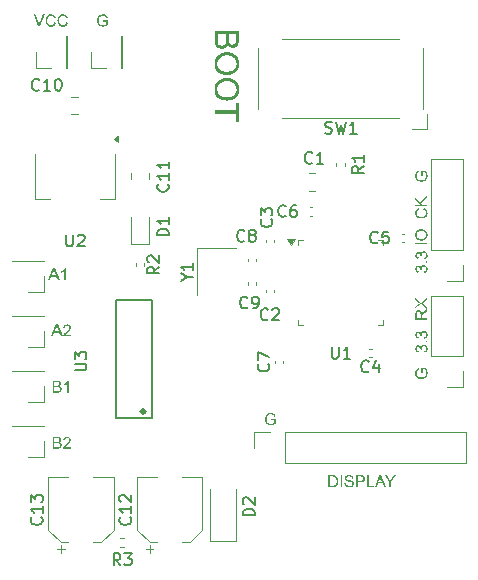
<source format=gbr>
%TF.GenerationSoftware,KiCad,Pcbnew,8.0.5*%
%TF.CreationDate,2025-02-26T14:21:13-03:00*%
%TF.ProjectId,EchoCar_PCB,4563686f-4361-4725-9f50-43422e6b6963,rev?*%
%TF.SameCoordinates,Original*%
%TF.FileFunction,Legend,Top*%
%TF.FilePolarity,Positive*%
%FSLAX46Y46*%
G04 Gerber Fmt 4.6, Leading zero omitted, Abs format (unit mm)*
G04 Created by KiCad (PCBNEW 8.0.5) date 2025-02-26 14:21:13*
%MOMM*%
%LPD*%
G01*
G04 APERTURE LIST*
%ADD10C,0.100000*%
%ADD11C,0.150000*%
%ADD12C,0.120000*%
%ADD13C,0.152500*%
%ADD14C,0.300000*%
G04 APERTURE END LIST*
D10*
G36*
X117190334Y-70830000D02*
G01*
X117038660Y-70830000D01*
X116921179Y-70517369D01*
X116500104Y-70517369D01*
X116389462Y-70830000D01*
X116248046Y-70830000D01*
X116408649Y-70407948D01*
X116538450Y-70407948D01*
X116879902Y-70407948D01*
X116774877Y-70128778D01*
X116757701Y-70082656D01*
X116739855Y-70032885D01*
X116722349Y-69981327D01*
X116706341Y-69930112D01*
X116703314Y-69919706D01*
X116692781Y-69968097D01*
X116680233Y-70016304D01*
X116665670Y-70064329D01*
X116649092Y-70112170D01*
X116538450Y-70407948D01*
X116408649Y-70407948D01*
X116634682Y-69813949D01*
X116778297Y-69813949D01*
X117190334Y-70830000D01*
G37*
G36*
X117707152Y-70830000D02*
G01*
X117583565Y-70830000D01*
X117583565Y-70038164D01*
X117546128Y-70070587D01*
X117504930Y-70100309D01*
X117466329Y-70124626D01*
X117422446Y-70149394D01*
X117377536Y-70171790D01*
X117336147Y-70189106D01*
X117336147Y-70064054D01*
X117380311Y-70041926D01*
X117427721Y-70014262D01*
X117471864Y-69984064D01*
X117512740Y-69951331D01*
X117517620Y-69947062D01*
X117553615Y-69913005D01*
X117587322Y-69875312D01*
X117616345Y-69834201D01*
X117627529Y-69813949D01*
X117707152Y-69813949D01*
X117707152Y-70830000D01*
G37*
G36*
X117035700Y-79315857D02*
G01*
X117084778Y-79321582D01*
X117133166Y-79332584D01*
X117165806Y-79344480D01*
X117210251Y-79369226D01*
X117247539Y-79401823D01*
X117275226Y-79438269D01*
X117297753Y-79482452D01*
X117311664Y-79532232D01*
X117314794Y-79570648D01*
X117308989Y-79621631D01*
X117291575Y-79670195D01*
X117279623Y-79691793D01*
X117248379Y-79731234D01*
X117207037Y-79764562D01*
X117173866Y-79783384D01*
X117221906Y-79801824D01*
X117267444Y-79829473D01*
X117304729Y-79864659D01*
X117314305Y-79876685D01*
X117340194Y-79920109D01*
X117356494Y-79968257D01*
X117363206Y-80021127D01*
X117363398Y-80032267D01*
X117359208Y-80084898D01*
X117346637Y-80134712D01*
X117333600Y-80166357D01*
X117309260Y-80208901D01*
X117275827Y-80248464D01*
X117259839Y-80262100D01*
X117217070Y-80288293D01*
X117169653Y-80307090D01*
X117149441Y-80312903D01*
X117100386Y-80322636D01*
X117049629Y-80327979D01*
X116998931Y-80329933D01*
X116987020Y-80330000D01*
X116603070Y-80330000D01*
X116603070Y-80212763D01*
X116736427Y-80212763D01*
X116987020Y-80212763D01*
X117036100Y-80211828D01*
X117077634Y-80207878D01*
X117124697Y-80194629D01*
X117154570Y-80179302D01*
X117190444Y-80145231D01*
X117205373Y-80121172D01*
X117221567Y-80074400D01*
X117225401Y-80033000D01*
X117219068Y-79981602D01*
X117198353Y-79934112D01*
X117196580Y-79931395D01*
X117162142Y-79894637D01*
X117116468Y-79870823D01*
X117067536Y-79859437D01*
X117014482Y-79854337D01*
X116969190Y-79853237D01*
X116736427Y-79853237D01*
X116736427Y-80212763D01*
X116603070Y-80212763D01*
X116603070Y-79736001D01*
X116736427Y-79736001D01*
X116954047Y-79736001D01*
X117004546Y-79734856D01*
X117055504Y-79729944D01*
X117081053Y-79724277D01*
X117125750Y-79704188D01*
X117157745Y-79674207D01*
X117178482Y-79628999D01*
X117183391Y-79586036D01*
X117176636Y-79536024D01*
X117159455Y-79497620D01*
X117123712Y-79460812D01*
X117090823Y-79445352D01*
X117039512Y-79435668D01*
X116987920Y-79432071D01*
X116937683Y-79431186D01*
X116736427Y-79431186D01*
X116736427Y-79736001D01*
X116603070Y-79736001D01*
X116603070Y-79313949D01*
X116980914Y-79313949D01*
X117035700Y-79315857D01*
G37*
G36*
X117957152Y-80330000D02*
G01*
X117833565Y-80330000D01*
X117833565Y-79538164D01*
X117796128Y-79570587D01*
X117754930Y-79600309D01*
X117716329Y-79624626D01*
X117672446Y-79649394D01*
X117627536Y-79671790D01*
X117586147Y-79689106D01*
X117586147Y-79564054D01*
X117630311Y-79541926D01*
X117677721Y-79514262D01*
X117721864Y-79484064D01*
X117762740Y-79451331D01*
X117767620Y-79447062D01*
X117803615Y-79413005D01*
X117837322Y-79375312D01*
X117866345Y-79334201D01*
X117877529Y-79313949D01*
X117957152Y-79313949D01*
X117957152Y-80330000D01*
G37*
G36*
X135079832Y-82681395D02*
G01*
X135079832Y-82564159D01*
X135506280Y-82563426D01*
X135506280Y-82939316D01*
X135463020Y-82971556D01*
X135419152Y-83000103D01*
X135374677Y-83024958D01*
X135329593Y-83046118D01*
X135303558Y-83056552D01*
X135251062Y-83073649D01*
X135197862Y-83085861D01*
X135143961Y-83093189D01*
X135089357Y-83095631D01*
X135034706Y-83093390D01*
X134981944Y-83086667D01*
X134931071Y-83075461D01*
X134882087Y-83059773D01*
X134834992Y-83039603D01*
X134819713Y-83031884D01*
X134776371Y-83005886D01*
X134737201Y-82975887D01*
X134696778Y-82935831D01*
X134666650Y-82897163D01*
X134640696Y-82854493D01*
X134636775Y-82846992D01*
X134615775Y-82800658D01*
X134599120Y-82752332D01*
X134586810Y-82702015D01*
X134578844Y-82649705D01*
X134575223Y-82595403D01*
X134574982Y-82576859D01*
X134577137Y-82522134D01*
X134583603Y-82468782D01*
X134594379Y-82416804D01*
X134609466Y-82366200D01*
X134628863Y-82316970D01*
X134636287Y-82300865D01*
X134661257Y-82255106D01*
X134690005Y-82214002D01*
X134722531Y-82177552D01*
X134765254Y-82140908D01*
X134813119Y-82110600D01*
X134857669Y-82089434D01*
X134904676Y-82072647D01*
X134954138Y-82060239D01*
X135006055Y-82052210D01*
X135060429Y-82048561D01*
X135079099Y-82048318D01*
X135132375Y-82050501D01*
X135183025Y-82057049D01*
X135231049Y-82067964D01*
X135276448Y-82083244D01*
X135323148Y-82105074D01*
X135367923Y-82134450D01*
X135405208Y-82169216D01*
X135414933Y-82180697D01*
X135443994Y-82223473D01*
X135466071Y-82268293D01*
X135484283Y-82319103D01*
X135491137Y-82343607D01*
X135370969Y-82376580D01*
X135354054Y-82328225D01*
X135332639Y-82284296D01*
X135314549Y-82257390D01*
X135279708Y-82222668D01*
X135237392Y-82196371D01*
X135218562Y-82187780D01*
X135169744Y-82171855D01*
X135117079Y-82163280D01*
X135079832Y-82161646D01*
X135030401Y-82163888D01*
X134980054Y-82171635D01*
X134930238Y-82186548D01*
X134921807Y-82189979D01*
X134875405Y-82213735D01*
X134833275Y-82245130D01*
X134814096Y-82264473D01*
X134783978Y-82303312D01*
X134758306Y-82348566D01*
X134750837Y-82365589D01*
X134733954Y-82414102D01*
X134721894Y-82464630D01*
X134714658Y-82517172D01*
X134712247Y-82571730D01*
X134713878Y-82621458D01*
X134719905Y-82675524D01*
X134730374Y-82725336D01*
X134747776Y-82777054D01*
X134758653Y-82800830D01*
X134784481Y-82843908D01*
X134819815Y-82885292D01*
X134861796Y-82919179D01*
X134893475Y-82937606D01*
X134938492Y-82957161D01*
X134990778Y-82972481D01*
X135044803Y-82980731D01*
X135081786Y-82982302D01*
X135135548Y-82979011D01*
X135188451Y-82969136D01*
X135235330Y-82954620D01*
X135250802Y-82948597D01*
X135298487Y-82927102D01*
X135341904Y-82902465D01*
X135375854Y-82876789D01*
X135375854Y-82681395D01*
X135079832Y-82681395D01*
G37*
G36*
X147931395Y-78670167D02*
G01*
X147814159Y-78670167D01*
X147813426Y-78243719D01*
X148189316Y-78243719D01*
X148221556Y-78286979D01*
X148250103Y-78330847D01*
X148274958Y-78375322D01*
X148296118Y-78420406D01*
X148306552Y-78446441D01*
X148323649Y-78498937D01*
X148335861Y-78552137D01*
X148343189Y-78606038D01*
X148345631Y-78660642D01*
X148343390Y-78715293D01*
X148336667Y-78768055D01*
X148325461Y-78818928D01*
X148309773Y-78867912D01*
X148289603Y-78915007D01*
X148281884Y-78930286D01*
X148255886Y-78973628D01*
X148225887Y-79012798D01*
X148185831Y-79053221D01*
X148147163Y-79083349D01*
X148104493Y-79109303D01*
X148096992Y-79113224D01*
X148050658Y-79134224D01*
X148002332Y-79150879D01*
X147952015Y-79163189D01*
X147899705Y-79171155D01*
X147845403Y-79174776D01*
X147826859Y-79175017D01*
X147772134Y-79172862D01*
X147718782Y-79166396D01*
X147666804Y-79155620D01*
X147616200Y-79140533D01*
X147566970Y-79121136D01*
X147550865Y-79113712D01*
X147505106Y-79088742D01*
X147464002Y-79059994D01*
X147427552Y-79027468D01*
X147390908Y-78984745D01*
X147360600Y-78936880D01*
X147339434Y-78892330D01*
X147322647Y-78845323D01*
X147310239Y-78795861D01*
X147302210Y-78743944D01*
X147298561Y-78689570D01*
X147298318Y-78670900D01*
X147300501Y-78617624D01*
X147307049Y-78566974D01*
X147317964Y-78518950D01*
X147333244Y-78473551D01*
X147355074Y-78426851D01*
X147384450Y-78382076D01*
X147419216Y-78344791D01*
X147430697Y-78335066D01*
X147473473Y-78306005D01*
X147518293Y-78283928D01*
X147569103Y-78265716D01*
X147593607Y-78258862D01*
X147626580Y-78379030D01*
X147578225Y-78395945D01*
X147534296Y-78417360D01*
X147507390Y-78435450D01*
X147472668Y-78470291D01*
X147446371Y-78512607D01*
X147437780Y-78531437D01*
X147421855Y-78580255D01*
X147413280Y-78632920D01*
X147411646Y-78670167D01*
X147413888Y-78719598D01*
X147421635Y-78769945D01*
X147436548Y-78819761D01*
X147439979Y-78828192D01*
X147463735Y-78874594D01*
X147495130Y-78916724D01*
X147514473Y-78935903D01*
X147553312Y-78966021D01*
X147598566Y-78991693D01*
X147615589Y-78999162D01*
X147664102Y-79016045D01*
X147714630Y-79028105D01*
X147767172Y-79035341D01*
X147821730Y-79037752D01*
X147871458Y-79036121D01*
X147925524Y-79030094D01*
X147975336Y-79019625D01*
X148027054Y-79002223D01*
X148050830Y-78991346D01*
X148093908Y-78965518D01*
X148135292Y-78930184D01*
X148169179Y-78888203D01*
X148187606Y-78856524D01*
X148207161Y-78811507D01*
X148222481Y-78759221D01*
X148230731Y-78705196D01*
X148232302Y-78668213D01*
X148229011Y-78614451D01*
X148219136Y-78561548D01*
X148204620Y-78514669D01*
X148198597Y-78499197D01*
X148177102Y-78451512D01*
X148152465Y-78408095D01*
X148126789Y-78374145D01*
X147931395Y-78374145D01*
X147931395Y-78670167D01*
G37*
G36*
X148065240Y-76936043D02*
G01*
X148048632Y-76812456D01*
X148096915Y-76799969D01*
X148142586Y-76781469D01*
X148185969Y-76752456D01*
X148198353Y-76740160D01*
X148226185Y-76698566D01*
X148241171Y-76650721D01*
X148244026Y-76615352D01*
X148238111Y-76563374D01*
X148220365Y-76516739D01*
X148190789Y-76475447D01*
X148183454Y-76467829D01*
X148142782Y-76436144D01*
X148096480Y-76416195D01*
X148044550Y-76407980D01*
X148033489Y-76407745D01*
X147983147Y-76413184D01*
X147934548Y-76431728D01*
X147893049Y-76463433D01*
X147861483Y-76505268D01*
X147843020Y-76554202D01*
X147837606Y-76604849D01*
X147842949Y-76655492D01*
X147851284Y-76692288D01*
X147734780Y-76678367D01*
X147736001Y-76658583D01*
X147731210Y-76606083D01*
X147716837Y-76557392D01*
X147695457Y-76516434D01*
X147662387Y-76480418D01*
X147614462Y-76458179D01*
X147570404Y-76453175D01*
X147519819Y-76460793D01*
X147473817Y-76486038D01*
X147459518Y-76499337D01*
X147431053Y-76541079D01*
X147417100Y-76591689D01*
X147415554Y-76618039D01*
X147421874Y-76668711D01*
X147442984Y-76716010D01*
X147460495Y-76738206D01*
X147500520Y-76769450D01*
X147548314Y-76789582D01*
X147595317Y-76800000D01*
X147573335Y-76923586D01*
X147521931Y-76910986D01*
X147475856Y-76892845D01*
X147429724Y-76865330D01*
X147390554Y-76830579D01*
X147381849Y-76820760D01*
X147352143Y-76778125D01*
X147330924Y-76730573D01*
X147318193Y-76678107D01*
X147314016Y-76628167D01*
X147313949Y-76620725D01*
X147317384Y-76570546D01*
X147329096Y-76518268D01*
X147349120Y-76469050D01*
X147376360Y-76425229D01*
X147409717Y-76389143D01*
X147445352Y-76363049D01*
X147492029Y-76340575D01*
X147540836Y-76328473D01*
X147574556Y-76326168D01*
X147625449Y-76331933D01*
X147672552Y-76349225D01*
X147693014Y-76361095D01*
X147732688Y-76395076D01*
X147762942Y-76436389D01*
X147777766Y-76464898D01*
X147792980Y-76417783D01*
X147818177Y-76372866D01*
X147852104Y-76335771D01*
X147863984Y-76326168D01*
X147908115Y-76300022D01*
X147958685Y-76283559D01*
X148009705Y-76277023D01*
X148027871Y-76276587D01*
X148084072Y-76281192D01*
X148136417Y-76295006D01*
X148184905Y-76318031D01*
X148229536Y-76350264D01*
X148253307Y-76372819D01*
X148284683Y-76410683D01*
X148313083Y-76459351D01*
X148332648Y-76512858D01*
X148342385Y-76562572D01*
X148345631Y-76615840D01*
X148341903Y-76671713D01*
X148330718Y-76723284D01*
X148312077Y-76770555D01*
X148285979Y-76813524D01*
X148267718Y-76836147D01*
X148231315Y-76870814D01*
X148190494Y-76898304D01*
X148145255Y-76918619D01*
X148095599Y-76931757D01*
X148065240Y-76936043D01*
G37*
G36*
X148330000Y-76088764D02*
G01*
X148189316Y-76088764D01*
X148189316Y-75947836D01*
X148330000Y-75947836D01*
X148330000Y-76088764D01*
G37*
G36*
X148065240Y-75768562D02*
G01*
X148048632Y-75644975D01*
X148096915Y-75632488D01*
X148142586Y-75613988D01*
X148185969Y-75584975D01*
X148198353Y-75572679D01*
X148226185Y-75531085D01*
X148241171Y-75483241D01*
X148244026Y-75447871D01*
X148238111Y-75395893D01*
X148220365Y-75349258D01*
X148190789Y-75307966D01*
X148183454Y-75300348D01*
X148142782Y-75268664D01*
X148096480Y-75248714D01*
X148044550Y-75240499D01*
X148033489Y-75240265D01*
X147983147Y-75245703D01*
X147934548Y-75264247D01*
X147893049Y-75295952D01*
X147861483Y-75337787D01*
X147843020Y-75386722D01*
X147837606Y-75437369D01*
X147842949Y-75488011D01*
X147851284Y-75524808D01*
X147734780Y-75510886D01*
X147736001Y-75491102D01*
X147731210Y-75438602D01*
X147716837Y-75389911D01*
X147695457Y-75348953D01*
X147662387Y-75312937D01*
X147614462Y-75290698D01*
X147570404Y-75285694D01*
X147519819Y-75293312D01*
X147473817Y-75318557D01*
X147459518Y-75331856D01*
X147431053Y-75373598D01*
X147417100Y-75424208D01*
X147415554Y-75450558D01*
X147421874Y-75501231D01*
X147442984Y-75548529D01*
X147460495Y-75570725D01*
X147500520Y-75601969D01*
X147548314Y-75622101D01*
X147595317Y-75632519D01*
X147573335Y-75756106D01*
X147521931Y-75743505D01*
X147475856Y-75725364D01*
X147429724Y-75697849D01*
X147390554Y-75663098D01*
X147381849Y-75653279D01*
X147352143Y-75610644D01*
X147330924Y-75563093D01*
X147318193Y-75510626D01*
X147314016Y-75460686D01*
X147313949Y-75453244D01*
X147317384Y-75403065D01*
X147329096Y-75350788D01*
X147349120Y-75301570D01*
X147376360Y-75257749D01*
X147409717Y-75221662D01*
X147445352Y-75195568D01*
X147492029Y-75173094D01*
X147540836Y-75160993D01*
X147574556Y-75158688D01*
X147625449Y-75164452D01*
X147672552Y-75181745D01*
X147693014Y-75193614D01*
X147732688Y-75227595D01*
X147762942Y-75268909D01*
X147777766Y-75297418D01*
X147792980Y-75250302D01*
X147818177Y-75205385D01*
X147852104Y-75168290D01*
X147863984Y-75158688D01*
X147908115Y-75132541D01*
X147958685Y-75116079D01*
X148009705Y-75109542D01*
X148027871Y-75109106D01*
X148084072Y-75113711D01*
X148136417Y-75127526D01*
X148184905Y-75150550D01*
X148229536Y-75182784D01*
X148253307Y-75205338D01*
X148284683Y-75243202D01*
X148313083Y-75291870D01*
X148332648Y-75345377D01*
X148342385Y-75395091D01*
X148345631Y-75448360D01*
X148341903Y-75504232D01*
X148330718Y-75555804D01*
X148312077Y-75603074D01*
X148285979Y-75646044D01*
X148267718Y-75668667D01*
X148231315Y-75703333D01*
X148190494Y-75730824D01*
X148145255Y-75751138D01*
X148095599Y-75764276D01*
X148065240Y-75768562D01*
G37*
G36*
X148330000Y-73440928D02*
G01*
X148119462Y-73574040D01*
X148076582Y-73601945D01*
X148034729Y-73630272D01*
X147992757Y-73660487D01*
X147980000Y-73670272D01*
X147941048Y-73703992D01*
X147912344Y-73737927D01*
X147889996Y-73783310D01*
X147885478Y-73798743D01*
X147880898Y-73849027D01*
X147880593Y-73872993D01*
X147880593Y-74027599D01*
X148330000Y-74027599D01*
X148330000Y-74160711D01*
X147313949Y-74160711D01*
X147313949Y-73714235D01*
X147314076Y-73708862D01*
X147427278Y-73708862D01*
X147427278Y-74027599D01*
X147767264Y-74027599D01*
X147767264Y-73741102D01*
X147765380Y-73687898D01*
X147758954Y-73638355D01*
X147747969Y-73598220D01*
X147722934Y-73552852D01*
X147686420Y-73519818D01*
X147639197Y-73498855D01*
X147594096Y-73492951D01*
X147543148Y-73500267D01*
X147499482Y-73522215D01*
X147474417Y-73544975D01*
X147447579Y-73587702D01*
X147432848Y-73638917D01*
X147427692Y-73688372D01*
X147427278Y-73708862D01*
X147314076Y-73708862D01*
X147315270Y-73658443D01*
X147319232Y-73608822D01*
X147326994Y-73559668D01*
X147341549Y-73509560D01*
X147365348Y-73464716D01*
X147399134Y-73426567D01*
X147438513Y-73397697D01*
X147483426Y-73375543D01*
X147531154Y-73361594D01*
X147581696Y-73355851D01*
X147592142Y-73355687D01*
X147644349Y-73360022D01*
X147692281Y-73373028D01*
X147741097Y-73398024D01*
X147775324Y-73425052D01*
X147809075Y-73464451D01*
X147836079Y-73513285D01*
X147854173Y-73563752D01*
X147865571Y-73612759D01*
X147869846Y-73639253D01*
X147893674Y-73595321D01*
X147920160Y-73558897D01*
X147956496Y-73523033D01*
X147998031Y-73488410D01*
X148039859Y-73458309D01*
X148054738Y-73448499D01*
X148330000Y-73273133D01*
X148330000Y-73440928D01*
G37*
G36*
X148330000Y-73255059D02*
G01*
X147800481Y-72865491D01*
X147313949Y-73208897D01*
X147313949Y-73050383D01*
X147572114Y-72867445D01*
X147614397Y-72838043D01*
X147658152Y-72809190D01*
X147695945Y-72786601D01*
X147654042Y-72759570D01*
X147610765Y-72729036D01*
X147581151Y-72706734D01*
X147313949Y-72504256D01*
X147313949Y-72359176D01*
X147792909Y-72713084D01*
X148330000Y-72331821D01*
X148330000Y-72496685D01*
X147970718Y-72749965D01*
X147929846Y-72777213D01*
X147903307Y-72793928D01*
X147944848Y-72819727D01*
X147979023Y-72842044D01*
X148330000Y-73094836D01*
X148330000Y-73255059D01*
G37*
G36*
X140357702Y-87314865D02*
G01*
X140411549Y-87318085D01*
X140461047Y-87324382D01*
X140481717Y-87328604D01*
X140533275Y-87344317D01*
X140579872Y-87366423D01*
X140621508Y-87394921D01*
X140629239Y-87401388D01*
X140666639Y-87437704D01*
X140698971Y-87478752D01*
X140726234Y-87524532D01*
X140748430Y-87575045D01*
X140763847Y-87622656D01*
X140775478Y-87673166D01*
X140783322Y-87726574D01*
X140787379Y-87782880D01*
X140787997Y-87816357D01*
X140786712Y-87865744D01*
X140782094Y-87919096D01*
X140774118Y-87969151D01*
X140761130Y-88021521D01*
X140744938Y-88069370D01*
X140724092Y-88116826D01*
X140697689Y-88162084D01*
X140692498Y-88169532D01*
X140660041Y-88209992D01*
X140622320Y-88245917D01*
X140600907Y-88261856D01*
X140556998Y-88286383D01*
X140510383Y-88304300D01*
X140480495Y-88312658D01*
X140429653Y-88322531D01*
X140379126Y-88327950D01*
X140330143Y-88329932D01*
X140318807Y-88330000D01*
X139955373Y-88330000D01*
X139955373Y-88212763D01*
X140088730Y-88212763D01*
X140303664Y-88212763D01*
X140356317Y-88211275D01*
X140406845Y-88206133D01*
X140456396Y-88195113D01*
X140459979Y-88193956D01*
X140505166Y-88174555D01*
X140546046Y-88145170D01*
X140550349Y-88140956D01*
X140582932Y-88100198D01*
X140607611Y-88054629D01*
X140624110Y-88011507D01*
X140636980Y-87963033D01*
X140645637Y-87909111D01*
X140649797Y-87856606D01*
X140650733Y-87814403D01*
X140648904Y-87756763D01*
X140643417Y-87704379D01*
X140632392Y-87649906D01*
X140616389Y-87602585D01*
X140598709Y-87567718D01*
X140567806Y-87523722D01*
X140533347Y-87488729D01*
X140490891Y-87460407D01*
X140472680Y-87452191D01*
X140423358Y-87439391D01*
X140374285Y-87433668D01*
X140321971Y-87431370D01*
X140300244Y-87431186D01*
X140088730Y-87431186D01*
X140088730Y-88212763D01*
X139955373Y-88212763D01*
X139955373Y-87313949D01*
X140302442Y-87313949D01*
X140357702Y-87314865D01*
G37*
G36*
X140988276Y-88330000D02*
G01*
X140988276Y-87313949D01*
X141121633Y-87313949D01*
X141121633Y-88330000D01*
X140988276Y-88330000D01*
G37*
G36*
X141309211Y-87997341D02*
G01*
X141434752Y-87986106D01*
X141443736Y-88036995D01*
X141459856Y-88084874D01*
X141476274Y-88115554D01*
X141508791Y-88153448D01*
X141549326Y-88182775D01*
X141577634Y-88197376D01*
X141626978Y-88215036D01*
X141675293Y-88224729D01*
X141726898Y-88228364D01*
X141732240Y-88228394D01*
X141782523Y-88225710D01*
X141832572Y-88216660D01*
X141866818Y-88205680D01*
X141912312Y-88182365D01*
X141950108Y-88147820D01*
X141953768Y-88142909D01*
X141976066Y-88098351D01*
X141982345Y-88055715D01*
X141973612Y-88005921D01*
X141954745Y-87972428D01*
X141918414Y-87939455D01*
X141871898Y-87915413D01*
X141864131Y-87912344D01*
X141814984Y-87896543D01*
X141761975Y-87882203D01*
X141710006Y-87869127D01*
X141684857Y-87863007D01*
X141635753Y-87850505D01*
X141585844Y-87836266D01*
X141538537Y-87820452D01*
X141490440Y-87799504D01*
X141445233Y-87771005D01*
X141408685Y-87738235D01*
X141382973Y-87704738D01*
X141361392Y-87660499D01*
X141349771Y-87612414D01*
X141347558Y-87578220D01*
X141352666Y-87526538D01*
X141367991Y-87477281D01*
X141390789Y-87434605D01*
X141421825Y-87395927D01*
X141460589Y-87363546D01*
X141507081Y-87337461D01*
X141517306Y-87333000D01*
X141565505Y-87316235D01*
X141616680Y-87304956D01*
X141670829Y-87299164D01*
X141702198Y-87298318D01*
X141756481Y-87300592D01*
X141807467Y-87307416D01*
X141855155Y-87318788D01*
X141899546Y-87334710D01*
X141944502Y-87357767D01*
X141987111Y-87389776D01*
X142021992Y-87428512D01*
X142030949Y-87441444D01*
X142055626Y-87487373D01*
X142071955Y-87536928D01*
X142079936Y-87590108D01*
X142080530Y-87601179D01*
X141952791Y-87610949D01*
X141943118Y-87560292D01*
X141923216Y-87512798D01*
X141890195Y-87471244D01*
X141882938Y-87464891D01*
X141840310Y-87438874D01*
X141792482Y-87423697D01*
X141742443Y-87416759D01*
X141707572Y-87415554D01*
X141657810Y-87417693D01*
X141608610Y-87425375D01*
X141558617Y-87442835D01*
X141531228Y-87460251D01*
X141497591Y-87496200D01*
X141477970Y-87544740D01*
X141476029Y-87567718D01*
X141485860Y-87617543D01*
X141515352Y-87657599D01*
X141561560Y-87684252D01*
X141611752Y-87702326D01*
X141659574Y-87716042D01*
X141716120Y-87729895D01*
X141764390Y-87741199D01*
X141815750Y-87754182D01*
X141866618Y-87768526D01*
X141917698Y-87785697D01*
X141939114Y-87794619D01*
X141984921Y-87819282D01*
X142027254Y-87850719D01*
X142063406Y-87890203D01*
X142068807Y-87897934D01*
X142092724Y-87943172D01*
X142106714Y-87992912D01*
X142110816Y-88042037D01*
X142106308Y-88091659D01*
X142092784Y-88139467D01*
X142070244Y-88185463D01*
X142064655Y-88194445D01*
X142032020Y-88236071D01*
X141991515Y-88271496D01*
X141948331Y-88298076D01*
X141932519Y-88305819D01*
X141882322Y-88325064D01*
X141834847Y-88336883D01*
X141784685Y-88343726D01*
X141738590Y-88345631D01*
X141688854Y-88344197D01*
X141634756Y-88338899D01*
X141584889Y-88329698D01*
X141533079Y-88314402D01*
X141509246Y-88304842D01*
X141465573Y-88281899D01*
X141422388Y-88249993D01*
X141385502Y-88211634D01*
X141364410Y-88182477D01*
X141338813Y-88134752D01*
X141321099Y-88083627D01*
X141311971Y-88035328D01*
X141309211Y-87997341D01*
G37*
G36*
X142720046Y-87314722D02*
G01*
X142769743Y-87317393D01*
X142820586Y-87323719D01*
X142868776Y-87334938D01*
X142914829Y-87353233D01*
X142944906Y-87371102D01*
X142982363Y-87404116D01*
X143013370Y-87446400D01*
X143025506Y-87469043D01*
X143044259Y-87517907D01*
X143053846Y-87565837D01*
X143056281Y-87607285D01*
X143052365Y-87661919D01*
X143040619Y-87712765D01*
X143021043Y-87759826D01*
X142993636Y-87803099D01*
X142974459Y-87826127D01*
X142932363Y-87861053D01*
X142886252Y-87884163D01*
X142830886Y-87900970D01*
X142777676Y-87910161D01*
X142718038Y-87914976D01*
X142679170Y-87915764D01*
X142420761Y-87915764D01*
X142420761Y-88330000D01*
X142287404Y-88330000D01*
X142287404Y-87798527D01*
X142420761Y-87798527D01*
X142681123Y-87798527D01*
X142734062Y-87796178D01*
X142785777Y-87787740D01*
X142832753Y-87770912D01*
X142864550Y-87749434D01*
X142895420Y-87710979D01*
X142913477Y-87663114D01*
X142918772Y-87611437D01*
X142913491Y-87562110D01*
X142895994Y-87515842D01*
X142886776Y-87501039D01*
X142852501Y-87464807D01*
X142806003Y-87441184D01*
X142802756Y-87440223D01*
X142750883Y-87433171D01*
X142700201Y-87431327D01*
X142678437Y-87431186D01*
X142420761Y-87431186D01*
X142420761Y-87798527D01*
X142287404Y-87798527D01*
X142287404Y-87313949D01*
X142667446Y-87313949D01*
X142720046Y-87314722D01*
G37*
G36*
X143215038Y-88330000D02*
G01*
X143215038Y-87313949D01*
X143348395Y-87313949D01*
X143348395Y-88212763D01*
X143844208Y-88212763D01*
X143844208Y-88330000D01*
X143215038Y-88330000D01*
G37*
G36*
X144830949Y-88330000D02*
G01*
X144679274Y-88330000D01*
X144561793Y-88017369D01*
X144140719Y-88017369D01*
X144030077Y-88330000D01*
X143888660Y-88330000D01*
X144049263Y-87907948D01*
X144179065Y-87907948D01*
X144520516Y-87907948D01*
X144415492Y-87628778D01*
X144398316Y-87582656D01*
X144380469Y-87532885D01*
X144362964Y-87481327D01*
X144346956Y-87430112D01*
X144343929Y-87419706D01*
X144333396Y-87468097D01*
X144320848Y-87516304D01*
X144306285Y-87564329D01*
X144289707Y-87612170D01*
X144179065Y-87907948D01*
X144049263Y-87907948D01*
X144275297Y-87313949D01*
X144418911Y-87313949D01*
X144830949Y-88330000D01*
G37*
G36*
X145112317Y-88330000D02*
G01*
X145112317Y-87892316D01*
X144724215Y-87313949D01*
X144886392Y-87313949D01*
X145084717Y-87611926D01*
X145111737Y-87653691D01*
X145137840Y-87695457D01*
X145166112Y-87742443D01*
X145187299Y-87778988D01*
X145214261Y-87733871D01*
X145240823Y-87691140D01*
X145269827Y-87645936D01*
X145297209Y-87604354D01*
X145492114Y-87313949D01*
X145647453Y-87313949D01*
X145245673Y-87892316D01*
X145245673Y-88330000D01*
X145112317Y-88330000D01*
G37*
G36*
X132372100Y-50461828D02*
G01*
X132368284Y-50571401D01*
X132356835Y-50669556D01*
X132334831Y-50766332D01*
X132311039Y-50831612D01*
X132261546Y-50920503D01*
X132196352Y-50995079D01*
X132123461Y-51050453D01*
X132035094Y-51095507D01*
X131935535Y-51123328D01*
X131858702Y-51129588D01*
X131756737Y-51117979D01*
X131659609Y-51083151D01*
X131616413Y-51059246D01*
X131537530Y-50996758D01*
X131470874Y-50914074D01*
X131433230Y-50847732D01*
X131396351Y-50943812D01*
X131341053Y-51034888D01*
X131270680Y-51109458D01*
X131246629Y-51128611D01*
X131159780Y-51180388D01*
X131063485Y-51212989D01*
X130957745Y-51226413D01*
X130935464Y-51226796D01*
X130830203Y-51218416D01*
X130730574Y-51193274D01*
X130667285Y-51167201D01*
X130582197Y-51118521D01*
X130503070Y-51051655D01*
X130475799Y-51019678D01*
X130423412Y-50934140D01*
X130385819Y-50839307D01*
X130374193Y-50798883D01*
X130354726Y-50700772D01*
X130344040Y-50599259D01*
X130340133Y-50497863D01*
X130340000Y-50474040D01*
X130574473Y-50474040D01*
X130576343Y-50572201D01*
X130584242Y-50655268D01*
X130610741Y-50749395D01*
X130641395Y-50809141D01*
X130709536Y-50880888D01*
X130757655Y-50910746D01*
X130851198Y-50943135D01*
X130933998Y-50950802D01*
X131036795Y-50938137D01*
X131131775Y-50896707D01*
X131137208Y-50893161D01*
X131210725Y-50824284D01*
X131258353Y-50732937D01*
X131281124Y-50635072D01*
X131291325Y-50528964D01*
X131293524Y-50438381D01*
X131293524Y-50408094D01*
X131527997Y-50408094D01*
X131530286Y-50509093D01*
X131540110Y-50611008D01*
X131551444Y-50662107D01*
X131591622Y-50751500D01*
X131651584Y-50815491D01*
X131742001Y-50856965D01*
X131827927Y-50866782D01*
X131927951Y-50853272D01*
X132004759Y-50818911D01*
X132078374Y-50747425D01*
X132109295Y-50681646D01*
X132128662Y-50579024D01*
X132135856Y-50475841D01*
X132137627Y-50375366D01*
X132137627Y-49972854D01*
X131527997Y-49972854D01*
X131527997Y-50408094D01*
X131293524Y-50408094D01*
X131293524Y-49972854D01*
X130574473Y-49972854D01*
X130574473Y-50474040D01*
X130340000Y-50474040D01*
X130340000Y-49706140D01*
X132372100Y-49706140D01*
X132372100Y-50461828D01*
G37*
G36*
X131451785Y-51506019D02*
G01*
X131567534Y-51518636D01*
X131676428Y-51539664D01*
X131778468Y-51569103D01*
X131873654Y-51606953D01*
X131961986Y-51653214D01*
X132043464Y-51707886D01*
X132118087Y-51770969D01*
X132200271Y-51859050D01*
X132268526Y-51954762D01*
X132322851Y-52058107D01*
X132363246Y-52169085D01*
X132389712Y-52287696D01*
X132400856Y-52388080D01*
X132403363Y-52466573D01*
X132398658Y-52569230D01*
X132384541Y-52668005D01*
X132361014Y-52762899D01*
X132321671Y-52868703D01*
X132269518Y-52969225D01*
X132205888Y-53062200D01*
X132132114Y-53144937D01*
X132048195Y-53217435D01*
X131954132Y-53279696D01*
X131895826Y-53310676D01*
X131803800Y-53350685D01*
X131707240Y-53382415D01*
X131606147Y-53405868D01*
X131500519Y-53421044D01*
X131390358Y-53427942D01*
X131352630Y-53428401D01*
X131239492Y-53424039D01*
X131130888Y-53410953D01*
X131026818Y-53389143D01*
X130927281Y-53358609D01*
X130832279Y-53319351D01*
X130801618Y-53304326D01*
X130714716Y-53254357D01*
X130623791Y-53186901D01*
X130544133Y-53109581D01*
X130475742Y-53022396D01*
X130433789Y-52954082D01*
X130385062Y-52853213D01*
X130348304Y-52748931D01*
X130323513Y-52641237D01*
X130310690Y-52530130D01*
X130308736Y-52465108D01*
X130308804Y-52463642D01*
X130535394Y-52463642D01*
X130542899Y-52572739D01*
X130565413Y-52674347D01*
X130602936Y-52768469D01*
X130655470Y-52855102D01*
X130723012Y-52934249D01*
X130748862Y-52958967D01*
X130835198Y-53025038D01*
X130934105Y-53077440D01*
X131026130Y-53110665D01*
X131126885Y-53134398D01*
X131236370Y-53148637D01*
X131354584Y-53153384D01*
X131460135Y-53149410D01*
X131559655Y-53137489D01*
X131666007Y-53114133D01*
X131764483Y-53080397D01*
X131787871Y-53070341D01*
X131875218Y-53023996D01*
X131961003Y-52960326D01*
X132033574Y-52884446D01*
X132074612Y-52827076D01*
X132123964Y-52733897D01*
X132157164Y-52634614D01*
X132174213Y-52529226D01*
X132176706Y-52468039D01*
X132169802Y-52364575D01*
X132149091Y-52266676D01*
X132114573Y-52174340D01*
X132066247Y-52087569D01*
X132004114Y-52006362D01*
X131980334Y-51980530D01*
X131897639Y-51911304D01*
X131796465Y-51856401D01*
X131698038Y-51821589D01*
X131586779Y-51796724D01*
X131488532Y-51783993D01*
X131382073Y-51777627D01*
X131325764Y-51776831D01*
X131214774Y-51781614D01*
X131111393Y-51795960D01*
X131015621Y-51819872D01*
X130910737Y-51861191D01*
X130816811Y-51916283D01*
X130746908Y-51972714D01*
X130675026Y-52049656D01*
X130618017Y-52133571D01*
X130575879Y-52224458D01*
X130548613Y-52322317D01*
X130536220Y-52427149D01*
X130535394Y-52463642D01*
X130308804Y-52463642D01*
X130313579Y-52360608D01*
X130328108Y-52260333D01*
X130352322Y-52164283D01*
X130386222Y-52072457D01*
X130429808Y-51984856D01*
X130446489Y-51956594D01*
X130511785Y-51863880D01*
X130586711Y-51781497D01*
X130671268Y-51709446D01*
X130765455Y-51647726D01*
X130823600Y-51617096D01*
X130914155Y-51577918D01*
X131022277Y-51542456D01*
X131133064Y-51518025D01*
X131230144Y-51505867D01*
X131329183Y-51501814D01*
X131451785Y-51506019D01*
G37*
G36*
X131451785Y-53682712D02*
G01*
X131567534Y-53695328D01*
X131676428Y-53716356D01*
X131778468Y-53745795D01*
X131873654Y-53783645D01*
X131961986Y-53829906D01*
X132043464Y-53884578D01*
X132118087Y-53947662D01*
X132200271Y-54035742D01*
X132268526Y-54131454D01*
X132322851Y-54234800D01*
X132363246Y-54345778D01*
X132389712Y-54464388D01*
X132400856Y-54564772D01*
X132403363Y-54643265D01*
X132398658Y-54745922D01*
X132384541Y-54844697D01*
X132361014Y-54939591D01*
X132321671Y-55045395D01*
X132269518Y-55145917D01*
X132205888Y-55238892D01*
X132132114Y-55321629D01*
X132048195Y-55394128D01*
X131954132Y-55456388D01*
X131895826Y-55487369D01*
X131803800Y-55527377D01*
X131707240Y-55559107D01*
X131606147Y-55582560D01*
X131500519Y-55597736D01*
X131390358Y-55604634D01*
X131352630Y-55605094D01*
X131239492Y-55600732D01*
X131130888Y-55587646D01*
X131026818Y-55565835D01*
X130927281Y-55535301D01*
X130832279Y-55496043D01*
X130801618Y-55481018D01*
X130714716Y-55431050D01*
X130623791Y-55363593D01*
X130544133Y-55286273D01*
X130475742Y-55199088D01*
X130433789Y-55130774D01*
X130385062Y-55029905D01*
X130348304Y-54925623D01*
X130323513Y-54817929D01*
X130310690Y-54706822D01*
X130308736Y-54641800D01*
X130308804Y-54640334D01*
X130535394Y-54640334D01*
X130542899Y-54749431D01*
X130565413Y-54851040D01*
X130602936Y-54945161D01*
X130655470Y-55031795D01*
X130723012Y-55110941D01*
X130748862Y-55135659D01*
X130835198Y-55201730D01*
X130934105Y-55254132D01*
X131026130Y-55287358D01*
X131126885Y-55311090D01*
X131236370Y-55325330D01*
X131354584Y-55330076D01*
X131460135Y-55326103D01*
X131559655Y-55314181D01*
X131666007Y-55290826D01*
X131764483Y-55257090D01*
X131787871Y-55247034D01*
X131875218Y-55200689D01*
X131961003Y-55137019D01*
X132033574Y-55061138D01*
X132074612Y-55003768D01*
X132123964Y-54910590D01*
X132157164Y-54811306D01*
X132174213Y-54705918D01*
X132176706Y-54644731D01*
X132169802Y-54541267D01*
X132149091Y-54443368D01*
X132114573Y-54351033D01*
X132066247Y-54264262D01*
X132004114Y-54183055D01*
X131980334Y-54157222D01*
X131897639Y-54087996D01*
X131796465Y-54033093D01*
X131698038Y-53998282D01*
X131586779Y-53973416D01*
X131488532Y-53960685D01*
X131382073Y-53954319D01*
X131325764Y-53953524D01*
X131214774Y-53958306D01*
X131111393Y-53972653D01*
X131015621Y-53996564D01*
X130910737Y-54037883D01*
X130816811Y-54092975D01*
X130746908Y-54149406D01*
X130675026Y-54226349D01*
X130618017Y-54310263D01*
X130575879Y-54401150D01*
X130548613Y-54499009D01*
X130536220Y-54603841D01*
X130535394Y-54640334D01*
X130308804Y-54640334D01*
X130313579Y-54537300D01*
X130328108Y-54437025D01*
X130352322Y-54340975D01*
X130386222Y-54249149D01*
X130429808Y-54161548D01*
X130446489Y-54133286D01*
X130511785Y-54040572D01*
X130586711Y-53958189D01*
X130671268Y-53886138D01*
X130765455Y-53824418D01*
X130823600Y-53793789D01*
X130914155Y-53754611D01*
X131022277Y-53719148D01*
X131133064Y-53694718D01*
X131230144Y-53682559D01*
X131329183Y-53678506D01*
X131451785Y-53682712D01*
G37*
G36*
X130340000Y-56448709D02*
G01*
X132137627Y-56448709D01*
X132137627Y-55785345D01*
X132372100Y-55785345D01*
X132372100Y-57381716D01*
X132137627Y-57381716D01*
X132137627Y-56715422D01*
X130340000Y-56715422D01*
X130340000Y-56448709D01*
G37*
G36*
X117440334Y-75580000D02*
G01*
X117288660Y-75580000D01*
X117171179Y-75267369D01*
X116750104Y-75267369D01*
X116639462Y-75580000D01*
X116498046Y-75580000D01*
X116658649Y-75157948D01*
X116788450Y-75157948D01*
X117129902Y-75157948D01*
X117024877Y-74878778D01*
X117007701Y-74832656D01*
X116989855Y-74782885D01*
X116972349Y-74731327D01*
X116956341Y-74680112D01*
X116953314Y-74669706D01*
X116942781Y-74718097D01*
X116930233Y-74766304D01*
X116915670Y-74814329D01*
X116899092Y-74862170D01*
X116788450Y-75157948D01*
X116658649Y-75157948D01*
X116884682Y-74563949D01*
X117028297Y-74563949D01*
X117440334Y-75580000D01*
G37*
G36*
X118141311Y-75462763D02*
G01*
X118141311Y-75580000D01*
X117475505Y-75580000D01*
X117479464Y-75530798D01*
X117489916Y-75494026D01*
X117511126Y-75447437D01*
X117536619Y-75405534D01*
X117568027Y-75364060D01*
X117571493Y-75359937D01*
X117606896Y-75321082D01*
X117644982Y-75283820D01*
X117683417Y-75249112D01*
X117726620Y-75212440D01*
X117733182Y-75207041D01*
X117772551Y-75173972D01*
X117817082Y-75135117D01*
X117856414Y-75099016D01*
X117896748Y-75059331D01*
X117934341Y-75018046D01*
X117954954Y-74991863D01*
X117982936Y-74947888D01*
X118003286Y-74900614D01*
X118012614Y-74850541D01*
X118012840Y-74841653D01*
X118005421Y-74789263D01*
X117983164Y-74743468D01*
X117960083Y-74716601D01*
X117920229Y-74687538D01*
X117872871Y-74670539D01*
X117823307Y-74665554D01*
X117770919Y-74671016D01*
X117721336Y-74689642D01*
X117680181Y-74721486D01*
X117649641Y-74765047D01*
X117632697Y-74813514D01*
X117626257Y-74864354D01*
X117625959Y-74876580D01*
X117498953Y-74863147D01*
X117506349Y-74810822D01*
X117518828Y-74763393D01*
X117539812Y-74714244D01*
X117567715Y-74671757D01*
X117597138Y-74640642D01*
X117637224Y-74610758D01*
X117682897Y-74588215D01*
X117734156Y-74573012D01*
X117782539Y-74565822D01*
X117825994Y-74563949D01*
X117878187Y-74566791D01*
X117933717Y-74577292D01*
X117983473Y-74595529D01*
X118027456Y-74621504D01*
X118055338Y-74644794D01*
X118088266Y-74682010D01*
X118115996Y-74729065D01*
X118133161Y-74780943D01*
X118139516Y-74830294D01*
X118139846Y-74845073D01*
X118135775Y-74894164D01*
X118123561Y-74942610D01*
X118115177Y-74964752D01*
X118092074Y-75009608D01*
X118062809Y-75052296D01*
X118033112Y-75088339D01*
X117994817Y-75128709D01*
X117956725Y-75165397D01*
X117918288Y-75200528D01*
X117874510Y-75239059D01*
X117842358Y-75266636D01*
X117803475Y-75299944D01*
X117765165Y-75333398D01*
X117727073Y-75367858D01*
X117699476Y-75394863D01*
X117667508Y-75432937D01*
X117647452Y-75462763D01*
X118141311Y-75462763D01*
G37*
G36*
X148065240Y-70190893D02*
G01*
X148048632Y-70067306D01*
X148096915Y-70054819D01*
X148142586Y-70036319D01*
X148185969Y-70007306D01*
X148198353Y-69995010D01*
X148226185Y-69953416D01*
X148241171Y-69905571D01*
X148244026Y-69870202D01*
X148238111Y-69818224D01*
X148220365Y-69771589D01*
X148190789Y-69730297D01*
X148183454Y-69722679D01*
X148142782Y-69690994D01*
X148096480Y-69671045D01*
X148044550Y-69662830D01*
X148033489Y-69662595D01*
X147983147Y-69668034D01*
X147934548Y-69686578D01*
X147893049Y-69718283D01*
X147861483Y-69760118D01*
X147843020Y-69809052D01*
X147837606Y-69859699D01*
X147842949Y-69910342D01*
X147851284Y-69947138D01*
X147734780Y-69933217D01*
X147736001Y-69913433D01*
X147731210Y-69860933D01*
X147716837Y-69812242D01*
X147695457Y-69771284D01*
X147662387Y-69735268D01*
X147614462Y-69713028D01*
X147570404Y-69708025D01*
X147519819Y-69715643D01*
X147473817Y-69740888D01*
X147459518Y-69754187D01*
X147431053Y-69795929D01*
X147417100Y-69846539D01*
X147415554Y-69872889D01*
X147421874Y-69923561D01*
X147442984Y-69970860D01*
X147460495Y-69993056D01*
X147500520Y-70024300D01*
X147548314Y-70044432D01*
X147595317Y-70054849D01*
X147573335Y-70178436D01*
X147521931Y-70165836D01*
X147475856Y-70147695D01*
X147429724Y-70120180D01*
X147390554Y-70085428D01*
X147381849Y-70075610D01*
X147352143Y-70032974D01*
X147330924Y-69985423D01*
X147318193Y-69932957D01*
X147314016Y-69883017D01*
X147313949Y-69875575D01*
X147317384Y-69825396D01*
X147329096Y-69773118D01*
X147349120Y-69723900D01*
X147376360Y-69680079D01*
X147409717Y-69643993D01*
X147445352Y-69617899D01*
X147492029Y-69595425D01*
X147540836Y-69583323D01*
X147574556Y-69581018D01*
X147625449Y-69586783D01*
X147672552Y-69604075D01*
X147693014Y-69615945D01*
X147732688Y-69649926D01*
X147762942Y-69691239D01*
X147777766Y-69719748D01*
X147792980Y-69672633D01*
X147818177Y-69627715D01*
X147852104Y-69590621D01*
X147863984Y-69581018D01*
X147908115Y-69554872D01*
X147958685Y-69538409D01*
X148009705Y-69531873D01*
X148027871Y-69531437D01*
X148084072Y-69536042D01*
X148136417Y-69549856D01*
X148184905Y-69572881D01*
X148229536Y-69605114D01*
X148253307Y-69627669D01*
X148284683Y-69665533D01*
X148313083Y-69714201D01*
X148332648Y-69767708D01*
X148342385Y-69817422D01*
X148345631Y-69870690D01*
X148341903Y-69926563D01*
X148330718Y-69978134D01*
X148312077Y-70025405D01*
X148285979Y-70068374D01*
X148267718Y-70090997D01*
X148231315Y-70125664D01*
X148190494Y-70153154D01*
X148145255Y-70173469D01*
X148095599Y-70186607D01*
X148065240Y-70190893D01*
G37*
G36*
X148330000Y-69343614D02*
G01*
X148189316Y-69343614D01*
X148189316Y-69202686D01*
X148330000Y-69202686D01*
X148330000Y-69343614D01*
G37*
G36*
X148065240Y-69023412D02*
G01*
X148048632Y-68899825D01*
X148096915Y-68887338D01*
X148142586Y-68868838D01*
X148185969Y-68839825D01*
X148198353Y-68827529D01*
X148226185Y-68785935D01*
X148241171Y-68738090D01*
X148244026Y-68702721D01*
X148238111Y-68650743D01*
X148220365Y-68604108D01*
X148190789Y-68562816D01*
X148183454Y-68555198D01*
X148142782Y-68523514D01*
X148096480Y-68503564D01*
X148044550Y-68495349D01*
X148033489Y-68495115D01*
X147983147Y-68500553D01*
X147934548Y-68519097D01*
X147893049Y-68550802D01*
X147861483Y-68592637D01*
X147843020Y-68641572D01*
X147837606Y-68692219D01*
X147842949Y-68742861D01*
X147851284Y-68779658D01*
X147734780Y-68765736D01*
X147736001Y-68745952D01*
X147731210Y-68693452D01*
X147716837Y-68644761D01*
X147695457Y-68603803D01*
X147662387Y-68567787D01*
X147614462Y-68545548D01*
X147570404Y-68540544D01*
X147519819Y-68548162D01*
X147473817Y-68573407D01*
X147459518Y-68586706D01*
X147431053Y-68628448D01*
X147417100Y-68679058D01*
X147415554Y-68705408D01*
X147421874Y-68756080D01*
X147442984Y-68803379D01*
X147460495Y-68825575D01*
X147500520Y-68856819D01*
X147548314Y-68876951D01*
X147595317Y-68887369D01*
X147573335Y-69010956D01*
X147521931Y-68998355D01*
X147475856Y-68980214D01*
X147429724Y-68952699D01*
X147390554Y-68917948D01*
X147381849Y-68908129D01*
X147352143Y-68865494D01*
X147330924Y-68817943D01*
X147318193Y-68765476D01*
X147314016Y-68715536D01*
X147313949Y-68708094D01*
X147317384Y-68657915D01*
X147329096Y-68605638D01*
X147349120Y-68556420D01*
X147376360Y-68512599D01*
X147409717Y-68476512D01*
X147445352Y-68450418D01*
X147492029Y-68427944D01*
X147540836Y-68415843D01*
X147574556Y-68413538D01*
X147625449Y-68419302D01*
X147672552Y-68436595D01*
X147693014Y-68448464D01*
X147732688Y-68482445D01*
X147762942Y-68523759D01*
X147777766Y-68552267D01*
X147792980Y-68505152D01*
X147818177Y-68460235D01*
X147852104Y-68423140D01*
X147863984Y-68413538D01*
X147908115Y-68387391D01*
X147958685Y-68370929D01*
X148009705Y-68364392D01*
X148027871Y-68363956D01*
X148084072Y-68368561D01*
X148136417Y-68382376D01*
X148184905Y-68405400D01*
X148229536Y-68437634D01*
X148253307Y-68460188D01*
X148284683Y-68498052D01*
X148313083Y-68546720D01*
X148332648Y-68600227D01*
X148342385Y-68649941D01*
X148345631Y-68703210D01*
X148341903Y-68759082D01*
X148330718Y-68810654D01*
X148312077Y-68857924D01*
X148285979Y-68900894D01*
X148267718Y-68923517D01*
X148231315Y-68958183D01*
X148190494Y-68985674D01*
X148145255Y-69005988D01*
X148095599Y-69019126D01*
X148065240Y-69023412D01*
G37*
G36*
X148330000Y-67783879D02*
G01*
X147313949Y-67783879D01*
X147313949Y-67650523D01*
X148330000Y-67650523D01*
X148330000Y-67783879D01*
G37*
G36*
X147880253Y-66497191D02*
G01*
X147934555Y-66503734D01*
X147986590Y-66514639D01*
X148036359Y-66529906D01*
X148083860Y-66549535D01*
X148099190Y-66557048D01*
X148142641Y-66582032D01*
X148188104Y-66615760D01*
X148227933Y-66654420D01*
X148262128Y-66698013D01*
X148283105Y-66732170D01*
X148307468Y-66782604D01*
X148325847Y-66834745D01*
X148338243Y-66888592D01*
X148344654Y-66944146D01*
X148345631Y-66976657D01*
X148343210Y-67028907D01*
X148335945Y-67079044D01*
X148323838Y-67127069D01*
X148306888Y-67172982D01*
X148285095Y-67216783D01*
X148276755Y-67230914D01*
X148244107Y-67277271D01*
X148206644Y-67318462D01*
X148164365Y-67354488D01*
X148117272Y-67385348D01*
X148088199Y-67400662D01*
X148042922Y-67420251D01*
X147988861Y-67437983D01*
X147933467Y-67450198D01*
X147884927Y-67456277D01*
X147835408Y-67458304D01*
X147774107Y-67456201D01*
X147716232Y-67449893D01*
X147661785Y-67439379D01*
X147610765Y-67424659D01*
X147563172Y-67405734D01*
X147519006Y-67382604D01*
X147478267Y-67355268D01*
X147440956Y-67323726D01*
X147399864Y-67279686D01*
X147365736Y-67231830D01*
X147338574Y-67180157D01*
X147318376Y-67124668D01*
X147305143Y-67065363D01*
X147299571Y-67015171D01*
X147298318Y-66975924D01*
X147298352Y-66975191D01*
X147411646Y-66975191D01*
X147415098Y-67026923D01*
X147425454Y-67075873D01*
X147442713Y-67122041D01*
X147466876Y-67165426D01*
X147497942Y-67206030D01*
X147509832Y-67218946D01*
X147551180Y-67253559D01*
X147601767Y-67281010D01*
X147650980Y-67298416D01*
X147706610Y-67310849D01*
X147755733Y-67317214D01*
X147808963Y-67320397D01*
X147837117Y-67320795D01*
X147892612Y-67318404D01*
X147944303Y-67311230D01*
X147992189Y-67299275D01*
X148044631Y-67278615D01*
X148091594Y-67251069D01*
X148126545Y-67222854D01*
X148162486Y-67184383D01*
X148190991Y-67142425D01*
X148212060Y-67096982D01*
X148225693Y-67048052D01*
X148231889Y-66995636D01*
X148232302Y-66977390D01*
X148228550Y-66922841D01*
X148217293Y-66872037D01*
X148198531Y-66824976D01*
X148172264Y-66781659D01*
X148138493Y-66742086D01*
X148125568Y-66729727D01*
X148082400Y-66696692D01*
X148032947Y-66670491D01*
X147986934Y-66653878D01*
X147936557Y-66642012D01*
X147881814Y-66634892D01*
X147822707Y-66632519D01*
X147769932Y-66634506D01*
X147720172Y-66640466D01*
X147666996Y-66652144D01*
X147617758Y-66669012D01*
X147606064Y-66674040D01*
X147562390Y-66697213D01*
X147519498Y-66729048D01*
X147483212Y-66766988D01*
X147462693Y-66795673D01*
X147438017Y-66842262D01*
X147421417Y-66891904D01*
X147412893Y-66944598D01*
X147411646Y-66975191D01*
X147298352Y-66975191D01*
X147300670Y-66924596D01*
X147307729Y-66875208D01*
X147319492Y-66827761D01*
X147339164Y-66774859D01*
X147365240Y-66724598D01*
X147397055Y-66678111D01*
X147433942Y-66636742D01*
X147475902Y-66600493D01*
X147522933Y-66569363D01*
X147552086Y-66553872D01*
X147598099Y-66533868D01*
X147646379Y-66518003D01*
X147696926Y-66506277D01*
X147749740Y-66498689D01*
X147804820Y-66495240D01*
X147823684Y-66495010D01*
X147880253Y-66497191D01*
G37*
G36*
X147970474Y-64833182D02*
G01*
X148004180Y-64699825D01*
X148054302Y-64714587D01*
X148100560Y-64732617D01*
X148150969Y-64758565D01*
X148195815Y-64789220D01*
X148235096Y-64824580D01*
X148258192Y-64850767D01*
X148287908Y-64893234D01*
X148311475Y-64939118D01*
X148328895Y-64988420D01*
X148340166Y-65041139D01*
X148345289Y-65097276D01*
X148345631Y-65116748D01*
X148344003Y-65166172D01*
X148337752Y-65221562D01*
X148326813Y-65272675D01*
X148311185Y-65319513D01*
X148287027Y-65368752D01*
X148278953Y-65381751D01*
X148246929Y-65423984D01*
X148209202Y-65461566D01*
X148165772Y-65494496D01*
X148116638Y-65522775D01*
X148086001Y-65536845D01*
X148037904Y-65554940D01*
X147988502Y-65569291D01*
X147937795Y-65579899D01*
X147885783Y-65586762D01*
X147832465Y-65589882D01*
X147814403Y-65590090D01*
X147756477Y-65587978D01*
X147701402Y-65581641D01*
X147649178Y-65571079D01*
X147599805Y-65556293D01*
X147553282Y-65537282D01*
X147538408Y-65530006D01*
X147489615Y-65501289D01*
X147446245Y-65467709D01*
X147408298Y-65429268D01*
X147375773Y-65385964D01*
X147359623Y-65359036D01*
X147335735Y-65309365D01*
X147317715Y-65257590D01*
X147305562Y-65203711D01*
X147299276Y-65147728D01*
X147298318Y-65114794D01*
X147301057Y-65059790D01*
X147309274Y-65008170D01*
X147322970Y-64959933D01*
X147345872Y-64907933D01*
X147376231Y-64860537D01*
X147413357Y-64818435D01*
X147456560Y-64782318D01*
X147498429Y-64756123D01*
X147544763Y-64734324D01*
X147595561Y-64716922D01*
X147626580Y-64848325D01*
X147580348Y-64865124D01*
X147534667Y-64888045D01*
X147492399Y-64918575D01*
X147462937Y-64949930D01*
X147435889Y-64994943D01*
X147418859Y-65046635D01*
X147412097Y-65098867D01*
X147411646Y-65117480D01*
X147414334Y-65166425D01*
X147423990Y-65217926D01*
X147440667Y-65264695D01*
X147467822Y-65311653D01*
X147502454Y-65351828D01*
X147543153Y-65384700D01*
X147589918Y-65410269D01*
X147618520Y-65421318D01*
X147666163Y-65435103D01*
X147714569Y-65444949D01*
X147763738Y-65450857D01*
X147813670Y-65452826D01*
X147868833Y-65451038D01*
X147920840Y-65445673D01*
X147969692Y-65436732D01*
X148021658Y-65422135D01*
X148040083Y-65415457D01*
X148085283Y-65394070D01*
X148128871Y-65363843D01*
X148164770Y-65327086D01*
X148184431Y-65298953D01*
X148207572Y-65253416D01*
X148223139Y-65205830D01*
X148231134Y-65156197D01*
X148232302Y-65127739D01*
X148228181Y-65073944D01*
X148215816Y-65024424D01*
X148195208Y-64979178D01*
X148166357Y-64938206D01*
X148129385Y-64902516D01*
X148084413Y-64873115D01*
X148038502Y-64852549D01*
X147986466Y-64836798D01*
X147970474Y-64833182D01*
G37*
G36*
X148330000Y-64546929D02*
G01*
X147313949Y-64546929D01*
X147313949Y-64413572D01*
X147811960Y-64413572D01*
X147313949Y-63913607D01*
X147313949Y-63732868D01*
X147721102Y-64155408D01*
X148330000Y-63714305D01*
X148330000Y-63890160D01*
X147810495Y-64248709D01*
X147970474Y-64413572D01*
X148330000Y-64413572D01*
X148330000Y-64546929D01*
G37*
G36*
X147931395Y-61970655D02*
G01*
X147814159Y-61970655D01*
X147813426Y-61544207D01*
X148189316Y-61544207D01*
X148221556Y-61587468D01*
X148250103Y-61631335D01*
X148274958Y-61675811D01*
X148296118Y-61720894D01*
X148306552Y-61746929D01*
X148323649Y-61799426D01*
X148335861Y-61852625D01*
X148343189Y-61906526D01*
X148345631Y-61961130D01*
X148343390Y-62015781D01*
X148336667Y-62068543D01*
X148325461Y-62119417D01*
X148309773Y-62168401D01*
X148289603Y-62215496D01*
X148281884Y-62230774D01*
X148255886Y-62274117D01*
X148225887Y-62313286D01*
X148185831Y-62353710D01*
X148147163Y-62383837D01*
X148104493Y-62409792D01*
X148096992Y-62413712D01*
X148050658Y-62434712D01*
X148002332Y-62451367D01*
X147952015Y-62463678D01*
X147899705Y-62471643D01*
X147845403Y-62475264D01*
X147826859Y-62475505D01*
X147772134Y-62473350D01*
X147718782Y-62466884D01*
X147666804Y-62456108D01*
X147616200Y-62441021D01*
X147566970Y-62421624D01*
X147550865Y-62414200D01*
X147505106Y-62389230D01*
X147464002Y-62360482D01*
X147427552Y-62327956D01*
X147390908Y-62285234D01*
X147360600Y-62237369D01*
X147339434Y-62192818D01*
X147322647Y-62145812D01*
X147310239Y-62096350D01*
X147302210Y-62044432D01*
X147298561Y-61990058D01*
X147298318Y-61971388D01*
X147300501Y-61918113D01*
X147307049Y-61867463D01*
X147317964Y-61819439D01*
X147333244Y-61774040D01*
X147355074Y-61727339D01*
X147384450Y-61682565D01*
X147419216Y-61645279D01*
X147430697Y-61635554D01*
X147473473Y-61606493D01*
X147518293Y-61584417D01*
X147569103Y-61566205D01*
X147593607Y-61559351D01*
X147626580Y-61679518D01*
X147578225Y-61696433D01*
X147534296Y-61717848D01*
X147507390Y-61735938D01*
X147472668Y-61770780D01*
X147446371Y-61813096D01*
X147437780Y-61831926D01*
X147421855Y-61880744D01*
X147413280Y-61933408D01*
X147411646Y-61970655D01*
X147413888Y-62020087D01*
X147421635Y-62070433D01*
X147436548Y-62120249D01*
X147439979Y-62128681D01*
X147463735Y-62175083D01*
X147495130Y-62217213D01*
X147514473Y-62236392D01*
X147553312Y-62266509D01*
X147598566Y-62292181D01*
X147615589Y-62299651D01*
X147664102Y-62316534D01*
X147714630Y-62328593D01*
X147767172Y-62335829D01*
X147821730Y-62338241D01*
X147871458Y-62336609D01*
X147925524Y-62330582D01*
X147975336Y-62320114D01*
X148027054Y-62302711D01*
X148050830Y-62291835D01*
X148093908Y-62266006D01*
X148135292Y-62230672D01*
X148169179Y-62188692D01*
X148187606Y-62157013D01*
X148207161Y-62111996D01*
X148222481Y-62059709D01*
X148230731Y-62005684D01*
X148232302Y-61968702D01*
X148229011Y-61914939D01*
X148219136Y-61862036D01*
X148204620Y-61815157D01*
X148198597Y-61799685D01*
X148177102Y-61752001D01*
X148152465Y-61708584D01*
X148126789Y-61674633D01*
X147931395Y-61674633D01*
X147931395Y-61970655D01*
G37*
G36*
X115396406Y-49330000D02*
G01*
X115006106Y-48313949D01*
X115150453Y-48313949D01*
X115412281Y-49052784D01*
X115429193Y-49101904D01*
X115444481Y-49149246D01*
X115459565Y-49199765D01*
X115465038Y-49219357D01*
X115480408Y-49167303D01*
X115495465Y-49120454D01*
X115511681Y-49073606D01*
X115519260Y-49052784D01*
X115791346Y-48313949D01*
X115927390Y-48313949D01*
X115533182Y-49330000D01*
X115396406Y-49330000D01*
G37*
G36*
X116760013Y-48970474D02*
G01*
X116893370Y-49004180D01*
X116878608Y-49054302D01*
X116860579Y-49100560D01*
X116834630Y-49150969D01*
X116803975Y-49195815D01*
X116768615Y-49235096D01*
X116742428Y-49258192D01*
X116699961Y-49287908D01*
X116654077Y-49311475D01*
X116604775Y-49328895D01*
X116552056Y-49340166D01*
X116495919Y-49345289D01*
X116476448Y-49345631D01*
X116427023Y-49344003D01*
X116371633Y-49337752D01*
X116320520Y-49326813D01*
X116273682Y-49311185D01*
X116224443Y-49287027D01*
X116211444Y-49278953D01*
X116169211Y-49246929D01*
X116131629Y-49209202D01*
X116098699Y-49165772D01*
X116070420Y-49116638D01*
X116056350Y-49086001D01*
X116038255Y-49037904D01*
X116023904Y-48988502D01*
X116013296Y-48937795D01*
X116006433Y-48885783D01*
X116003313Y-48832465D01*
X116003105Y-48814403D01*
X116005217Y-48756477D01*
X116011554Y-48701402D01*
X116022116Y-48649178D01*
X116036902Y-48599805D01*
X116055913Y-48553282D01*
X116063189Y-48538408D01*
X116091906Y-48489615D01*
X116125486Y-48446245D01*
X116163927Y-48408298D01*
X116207231Y-48375773D01*
X116234159Y-48359623D01*
X116283830Y-48335735D01*
X116335605Y-48317715D01*
X116389484Y-48305562D01*
X116445467Y-48299276D01*
X116478401Y-48298318D01*
X116533405Y-48301057D01*
X116585025Y-48309274D01*
X116633262Y-48322970D01*
X116685263Y-48345872D01*
X116732658Y-48376231D01*
X116774760Y-48413357D01*
X116810877Y-48456560D01*
X116837072Y-48498429D01*
X116858871Y-48544763D01*
X116876273Y-48595561D01*
X116744870Y-48626580D01*
X116728071Y-48580348D01*
X116705150Y-48534667D01*
X116674620Y-48492399D01*
X116643265Y-48462937D01*
X116598252Y-48435889D01*
X116546560Y-48418859D01*
X116494328Y-48412097D01*
X116475715Y-48411646D01*
X116426770Y-48414334D01*
X116375269Y-48423990D01*
X116328500Y-48440667D01*
X116281542Y-48467822D01*
X116241367Y-48502454D01*
X116208495Y-48543153D01*
X116182926Y-48589918D01*
X116171877Y-48618520D01*
X116158092Y-48666163D01*
X116148246Y-48714569D01*
X116142339Y-48763738D01*
X116140369Y-48813670D01*
X116142158Y-48868833D01*
X116147522Y-48920840D01*
X116156463Y-48969692D01*
X116171060Y-49021658D01*
X116177739Y-49040083D01*
X116199125Y-49085283D01*
X116229352Y-49128871D01*
X116266110Y-49164770D01*
X116294242Y-49184431D01*
X116339780Y-49207572D01*
X116387365Y-49223139D01*
X116436998Y-49231134D01*
X116465457Y-49232302D01*
X116519251Y-49228181D01*
X116568771Y-49215816D01*
X116614017Y-49195208D01*
X116654989Y-49166357D01*
X116690679Y-49129385D01*
X116720080Y-49084413D01*
X116740646Y-49038502D01*
X116756398Y-48986466D01*
X116760013Y-48970474D01*
G37*
G36*
X117770202Y-48970474D02*
G01*
X117903558Y-49004180D01*
X117888797Y-49054302D01*
X117870767Y-49100560D01*
X117844818Y-49150969D01*
X117814164Y-49195815D01*
X117778804Y-49235096D01*
X117752616Y-49258192D01*
X117710150Y-49287908D01*
X117664265Y-49311475D01*
X117614964Y-49328895D01*
X117562244Y-49340166D01*
X117506108Y-49345289D01*
X117486636Y-49345631D01*
X117437211Y-49344003D01*
X117381822Y-49337752D01*
X117330708Y-49326813D01*
X117283871Y-49311185D01*
X117234632Y-49287027D01*
X117221632Y-49278953D01*
X117179399Y-49246929D01*
X117141818Y-49209202D01*
X117108887Y-49165772D01*
X117080609Y-49116638D01*
X117066538Y-49086001D01*
X117048443Y-49037904D01*
X117034092Y-48988502D01*
X117023485Y-48937795D01*
X117016621Y-48885783D01*
X117013501Y-48832465D01*
X117013293Y-48814403D01*
X117015406Y-48756477D01*
X117021743Y-48701402D01*
X117032304Y-48649178D01*
X117047090Y-48599805D01*
X117066101Y-48553282D01*
X117073377Y-48538408D01*
X117102095Y-48489615D01*
X117135674Y-48446245D01*
X117174116Y-48408298D01*
X117217419Y-48375773D01*
X117244347Y-48359623D01*
X117294018Y-48335735D01*
X117345794Y-48317715D01*
X117399673Y-48305562D01*
X117455655Y-48299276D01*
X117488590Y-48298318D01*
X117543593Y-48301057D01*
X117595213Y-48309274D01*
X117643450Y-48322970D01*
X117695451Y-48345872D01*
X117742847Y-48376231D01*
X117784948Y-48413357D01*
X117821065Y-48456560D01*
X117847260Y-48498429D01*
X117869059Y-48544763D01*
X117886461Y-48595561D01*
X117755059Y-48626580D01*
X117738259Y-48580348D01*
X117715338Y-48534667D01*
X117684808Y-48492399D01*
X117653454Y-48462937D01*
X117608441Y-48435889D01*
X117556749Y-48418859D01*
X117504516Y-48412097D01*
X117485903Y-48411646D01*
X117436958Y-48414334D01*
X117385457Y-48423990D01*
X117338688Y-48440667D01*
X117291730Y-48467822D01*
X117251555Y-48502454D01*
X117218683Y-48543153D01*
X117193114Y-48589918D01*
X117182065Y-48618520D01*
X117168281Y-48666163D01*
X117158435Y-48714569D01*
X117152527Y-48763738D01*
X117150558Y-48813670D01*
X117152346Y-48868833D01*
X117157710Y-48920840D01*
X117166651Y-48969692D01*
X117181249Y-49021658D01*
X117187927Y-49040083D01*
X117209313Y-49085283D01*
X117239541Y-49128871D01*
X117276298Y-49164770D01*
X117304431Y-49184431D01*
X117349968Y-49207572D01*
X117397553Y-49223139D01*
X117447186Y-49231134D01*
X117475645Y-49232302D01*
X117529439Y-49228181D01*
X117578960Y-49215816D01*
X117624206Y-49195208D01*
X117665177Y-49166357D01*
X117700867Y-49129385D01*
X117730268Y-49084413D01*
X117750835Y-49038502D01*
X117766586Y-48986466D01*
X117770202Y-48970474D01*
G37*
G36*
X120866224Y-48931395D02*
G01*
X120866224Y-48814159D01*
X121292672Y-48813426D01*
X121292672Y-49189316D01*
X121249412Y-49221556D01*
X121205544Y-49250103D01*
X121161069Y-49274958D01*
X121115985Y-49296118D01*
X121089951Y-49306552D01*
X121037454Y-49323649D01*
X120984255Y-49335861D01*
X120930353Y-49343189D01*
X120875750Y-49345631D01*
X120821098Y-49343390D01*
X120768336Y-49336667D01*
X120717463Y-49325461D01*
X120668479Y-49309773D01*
X120621384Y-49289603D01*
X120606106Y-49281884D01*
X120562763Y-49255886D01*
X120523593Y-49225887D01*
X120483170Y-49185831D01*
X120453042Y-49147163D01*
X120427088Y-49104493D01*
X120423168Y-49096992D01*
X120402168Y-49050658D01*
X120385512Y-49002332D01*
X120373202Y-48952015D01*
X120365236Y-48899705D01*
X120361616Y-48845403D01*
X120361374Y-48826859D01*
X120363529Y-48772134D01*
X120369995Y-48718782D01*
X120380772Y-48666804D01*
X120395858Y-48616200D01*
X120415256Y-48566970D01*
X120422679Y-48550865D01*
X120447649Y-48505106D01*
X120476397Y-48464002D01*
X120508924Y-48427552D01*
X120551646Y-48390908D01*
X120599511Y-48360600D01*
X120644061Y-48339434D01*
X120691068Y-48322647D01*
X120740530Y-48310239D01*
X120792448Y-48302210D01*
X120846821Y-48298561D01*
X120865491Y-48298318D01*
X120918767Y-48300501D01*
X120969417Y-48307049D01*
X121017441Y-48317964D01*
X121062840Y-48333244D01*
X121109540Y-48355074D01*
X121154315Y-48384450D01*
X121191600Y-48419216D01*
X121201325Y-48430697D01*
X121230386Y-48473473D01*
X121252463Y-48518293D01*
X121270675Y-48569103D01*
X121277529Y-48593607D01*
X121157362Y-48626580D01*
X121140447Y-48578225D01*
X121119032Y-48534296D01*
X121100942Y-48507390D01*
X121066100Y-48472668D01*
X121023784Y-48446371D01*
X121004954Y-48437780D01*
X120956136Y-48421855D01*
X120903471Y-48413280D01*
X120866224Y-48411646D01*
X120816793Y-48413888D01*
X120766446Y-48421635D01*
X120716630Y-48436548D01*
X120708199Y-48439979D01*
X120661797Y-48463735D01*
X120619667Y-48495130D01*
X120600488Y-48514473D01*
X120570371Y-48553312D01*
X120544698Y-48598566D01*
X120537229Y-48615589D01*
X120520346Y-48664102D01*
X120508286Y-48714630D01*
X120501051Y-48767172D01*
X120498639Y-48821730D01*
X120500270Y-48871458D01*
X120506298Y-48925524D01*
X120516766Y-48975336D01*
X120534168Y-49027054D01*
X120545045Y-49050830D01*
X120570874Y-49093908D01*
X120606208Y-49135292D01*
X120648188Y-49169179D01*
X120679867Y-49187606D01*
X120724884Y-49207161D01*
X120777170Y-49222481D01*
X120831195Y-49230731D01*
X120868178Y-49232302D01*
X120921940Y-49229011D01*
X120974844Y-49219136D01*
X121021722Y-49204620D01*
X121037194Y-49198597D01*
X121084879Y-49177102D01*
X121128296Y-49152465D01*
X121162247Y-49126789D01*
X121162247Y-48931395D01*
X120866224Y-48931395D01*
G37*
G36*
X117035700Y-84065857D02*
G01*
X117084778Y-84071582D01*
X117133166Y-84082584D01*
X117165806Y-84094480D01*
X117210251Y-84119226D01*
X117247539Y-84151823D01*
X117275226Y-84188269D01*
X117297753Y-84232452D01*
X117311664Y-84282232D01*
X117314794Y-84320648D01*
X117308989Y-84371631D01*
X117291575Y-84420195D01*
X117279623Y-84441793D01*
X117248379Y-84481234D01*
X117207037Y-84514562D01*
X117173866Y-84533384D01*
X117221906Y-84551824D01*
X117267444Y-84579473D01*
X117304729Y-84614659D01*
X117314305Y-84626685D01*
X117340194Y-84670109D01*
X117356494Y-84718257D01*
X117363206Y-84771127D01*
X117363398Y-84782267D01*
X117359208Y-84834898D01*
X117346637Y-84884712D01*
X117333600Y-84916357D01*
X117309260Y-84958901D01*
X117275827Y-84998464D01*
X117259839Y-85012100D01*
X117217070Y-85038293D01*
X117169653Y-85057090D01*
X117149441Y-85062903D01*
X117100386Y-85072636D01*
X117049629Y-85077979D01*
X116998931Y-85079933D01*
X116987020Y-85080000D01*
X116603070Y-85080000D01*
X116603070Y-84962763D01*
X116736427Y-84962763D01*
X116987020Y-84962763D01*
X117036100Y-84961828D01*
X117077634Y-84957878D01*
X117124697Y-84944629D01*
X117154570Y-84929302D01*
X117190444Y-84895231D01*
X117205373Y-84871172D01*
X117221567Y-84824400D01*
X117225401Y-84783000D01*
X117219068Y-84731602D01*
X117198353Y-84684112D01*
X117196580Y-84681395D01*
X117162142Y-84644637D01*
X117116468Y-84620823D01*
X117067536Y-84609437D01*
X117014482Y-84604337D01*
X116969190Y-84603237D01*
X116736427Y-84603237D01*
X116736427Y-84962763D01*
X116603070Y-84962763D01*
X116603070Y-84486001D01*
X116736427Y-84486001D01*
X116954047Y-84486001D01*
X117004546Y-84484856D01*
X117055504Y-84479944D01*
X117081053Y-84474277D01*
X117125750Y-84454188D01*
X117157745Y-84424207D01*
X117178482Y-84378999D01*
X117183391Y-84336036D01*
X117176636Y-84286024D01*
X117159455Y-84247620D01*
X117123712Y-84210812D01*
X117090823Y-84195352D01*
X117039512Y-84185668D01*
X116987920Y-84182071D01*
X116937683Y-84181186D01*
X116736427Y-84181186D01*
X116736427Y-84486001D01*
X116603070Y-84486001D01*
X116603070Y-84063949D01*
X116980914Y-84063949D01*
X117035700Y-84065857D01*
G37*
G36*
X118141311Y-84962763D02*
G01*
X118141311Y-85080000D01*
X117475505Y-85080000D01*
X117479464Y-85030798D01*
X117489916Y-84994026D01*
X117511126Y-84947437D01*
X117536619Y-84905534D01*
X117568027Y-84864060D01*
X117571493Y-84859937D01*
X117606896Y-84821082D01*
X117644982Y-84783820D01*
X117683417Y-84749112D01*
X117726620Y-84712440D01*
X117733182Y-84707041D01*
X117772551Y-84673972D01*
X117817082Y-84635117D01*
X117856414Y-84599016D01*
X117896748Y-84559331D01*
X117934341Y-84518046D01*
X117954954Y-84491863D01*
X117982936Y-84447888D01*
X118003286Y-84400614D01*
X118012614Y-84350541D01*
X118012840Y-84341653D01*
X118005421Y-84289263D01*
X117983164Y-84243468D01*
X117960083Y-84216601D01*
X117920229Y-84187538D01*
X117872871Y-84170539D01*
X117823307Y-84165554D01*
X117770919Y-84171016D01*
X117721336Y-84189642D01*
X117680181Y-84221486D01*
X117649641Y-84265047D01*
X117632697Y-84313514D01*
X117626257Y-84364354D01*
X117625959Y-84376580D01*
X117498953Y-84363147D01*
X117506349Y-84310822D01*
X117518828Y-84263393D01*
X117539812Y-84214244D01*
X117567715Y-84171757D01*
X117597138Y-84140642D01*
X117637224Y-84110758D01*
X117682897Y-84088215D01*
X117734156Y-84073012D01*
X117782539Y-84065822D01*
X117825994Y-84063949D01*
X117878187Y-84066791D01*
X117933717Y-84077292D01*
X117983473Y-84095529D01*
X118027456Y-84121504D01*
X118055338Y-84144794D01*
X118088266Y-84182010D01*
X118115996Y-84229065D01*
X118133161Y-84280943D01*
X118139516Y-84330294D01*
X118139846Y-84345073D01*
X118135775Y-84394164D01*
X118123561Y-84442610D01*
X118115177Y-84464752D01*
X118092074Y-84509608D01*
X118062809Y-84552296D01*
X118033112Y-84588339D01*
X117994817Y-84628709D01*
X117956725Y-84665397D01*
X117918288Y-84700528D01*
X117874510Y-84739059D01*
X117842358Y-84766636D01*
X117803475Y-84799944D01*
X117765165Y-84833398D01*
X117727073Y-84867858D01*
X117699476Y-84894863D01*
X117667508Y-84932937D01*
X117647452Y-84962763D01*
X118141311Y-84962763D01*
G37*
D11*
X134859580Y-77916666D02*
X134907200Y-77964285D01*
X134907200Y-77964285D02*
X134954819Y-78107142D01*
X134954819Y-78107142D02*
X134954819Y-78202380D01*
X134954819Y-78202380D02*
X134907200Y-78345237D01*
X134907200Y-78345237D02*
X134811961Y-78440475D01*
X134811961Y-78440475D02*
X134716723Y-78488094D01*
X134716723Y-78488094D02*
X134526247Y-78535713D01*
X134526247Y-78535713D02*
X134383390Y-78535713D01*
X134383390Y-78535713D02*
X134192914Y-78488094D01*
X134192914Y-78488094D02*
X134097676Y-78440475D01*
X134097676Y-78440475D02*
X134002438Y-78345237D01*
X134002438Y-78345237D02*
X133954819Y-78202380D01*
X133954819Y-78202380D02*
X133954819Y-78107142D01*
X133954819Y-78107142D02*
X134002438Y-77964285D01*
X134002438Y-77964285D02*
X134050057Y-77916666D01*
X133954819Y-77583332D02*
X133954819Y-76916666D01*
X133954819Y-76916666D02*
X134954819Y-77345237D01*
X115457142Y-54679580D02*
X115409523Y-54727200D01*
X115409523Y-54727200D02*
X115266666Y-54774819D01*
X115266666Y-54774819D02*
X115171428Y-54774819D01*
X115171428Y-54774819D02*
X115028571Y-54727200D01*
X115028571Y-54727200D02*
X114933333Y-54631961D01*
X114933333Y-54631961D02*
X114885714Y-54536723D01*
X114885714Y-54536723D02*
X114838095Y-54346247D01*
X114838095Y-54346247D02*
X114838095Y-54203390D01*
X114838095Y-54203390D02*
X114885714Y-54012914D01*
X114885714Y-54012914D02*
X114933333Y-53917676D01*
X114933333Y-53917676D02*
X115028571Y-53822438D01*
X115028571Y-53822438D02*
X115171428Y-53774819D01*
X115171428Y-53774819D02*
X115266666Y-53774819D01*
X115266666Y-53774819D02*
X115409523Y-53822438D01*
X115409523Y-53822438D02*
X115457142Y-53870057D01*
X116409523Y-54774819D02*
X115838095Y-54774819D01*
X116123809Y-54774819D02*
X116123809Y-53774819D01*
X116123809Y-53774819D02*
X116028571Y-53917676D01*
X116028571Y-53917676D02*
X115933333Y-54012914D01*
X115933333Y-54012914D02*
X115838095Y-54060533D01*
X117028571Y-53774819D02*
X117123809Y-53774819D01*
X117123809Y-53774819D02*
X117219047Y-53822438D01*
X117219047Y-53822438D02*
X117266666Y-53870057D01*
X117266666Y-53870057D02*
X117314285Y-53965295D01*
X117314285Y-53965295D02*
X117361904Y-54155771D01*
X117361904Y-54155771D02*
X117361904Y-54393866D01*
X117361904Y-54393866D02*
X117314285Y-54584342D01*
X117314285Y-54584342D02*
X117266666Y-54679580D01*
X117266666Y-54679580D02*
X117219047Y-54727200D01*
X117219047Y-54727200D02*
X117123809Y-54774819D01*
X117123809Y-54774819D02*
X117028571Y-54774819D01*
X117028571Y-54774819D02*
X116933333Y-54727200D01*
X116933333Y-54727200D02*
X116885714Y-54679580D01*
X116885714Y-54679580D02*
X116838095Y-54584342D01*
X116838095Y-54584342D02*
X116790476Y-54393866D01*
X116790476Y-54393866D02*
X116790476Y-54155771D01*
X116790476Y-54155771D02*
X116838095Y-53965295D01*
X116838095Y-53965295D02*
X116885714Y-53870057D01*
X116885714Y-53870057D02*
X116933333Y-53822438D01*
X116933333Y-53822438D02*
X117028571Y-53774819D01*
X144123333Y-67609580D02*
X144075714Y-67657200D01*
X144075714Y-67657200D02*
X143932857Y-67704819D01*
X143932857Y-67704819D02*
X143837619Y-67704819D01*
X143837619Y-67704819D02*
X143694762Y-67657200D01*
X143694762Y-67657200D02*
X143599524Y-67561961D01*
X143599524Y-67561961D02*
X143551905Y-67466723D01*
X143551905Y-67466723D02*
X143504286Y-67276247D01*
X143504286Y-67276247D02*
X143504286Y-67133390D01*
X143504286Y-67133390D02*
X143551905Y-66942914D01*
X143551905Y-66942914D02*
X143599524Y-66847676D01*
X143599524Y-66847676D02*
X143694762Y-66752438D01*
X143694762Y-66752438D02*
X143837619Y-66704819D01*
X143837619Y-66704819D02*
X143932857Y-66704819D01*
X143932857Y-66704819D02*
X144075714Y-66752438D01*
X144075714Y-66752438D02*
X144123333Y-66800057D01*
X145028095Y-66704819D02*
X144551905Y-66704819D01*
X144551905Y-66704819D02*
X144504286Y-67181009D01*
X144504286Y-67181009D02*
X144551905Y-67133390D01*
X144551905Y-67133390D02*
X144647143Y-67085771D01*
X144647143Y-67085771D02*
X144885238Y-67085771D01*
X144885238Y-67085771D02*
X144980476Y-67133390D01*
X144980476Y-67133390D02*
X145028095Y-67181009D01*
X145028095Y-67181009D02*
X145075714Y-67276247D01*
X145075714Y-67276247D02*
X145075714Y-67514342D01*
X145075714Y-67514342D02*
X145028095Y-67609580D01*
X145028095Y-67609580D02*
X144980476Y-67657200D01*
X144980476Y-67657200D02*
X144885238Y-67704819D01*
X144885238Y-67704819D02*
X144647143Y-67704819D01*
X144647143Y-67704819D02*
X144551905Y-67657200D01*
X144551905Y-67657200D02*
X144504286Y-67609580D01*
X135109580Y-65666666D02*
X135157200Y-65714285D01*
X135157200Y-65714285D02*
X135204819Y-65857142D01*
X135204819Y-65857142D02*
X135204819Y-65952380D01*
X135204819Y-65952380D02*
X135157200Y-66095237D01*
X135157200Y-66095237D02*
X135061961Y-66190475D01*
X135061961Y-66190475D02*
X134966723Y-66238094D01*
X134966723Y-66238094D02*
X134776247Y-66285713D01*
X134776247Y-66285713D02*
X134633390Y-66285713D01*
X134633390Y-66285713D02*
X134442914Y-66238094D01*
X134442914Y-66238094D02*
X134347676Y-66190475D01*
X134347676Y-66190475D02*
X134252438Y-66095237D01*
X134252438Y-66095237D02*
X134204819Y-65952380D01*
X134204819Y-65952380D02*
X134204819Y-65857142D01*
X134204819Y-65857142D02*
X134252438Y-65714285D01*
X134252438Y-65714285D02*
X134300057Y-65666666D01*
X134204819Y-65333332D02*
X134204819Y-64714285D01*
X134204819Y-64714285D02*
X134585771Y-65047618D01*
X134585771Y-65047618D02*
X134585771Y-64904761D01*
X134585771Y-64904761D02*
X134633390Y-64809523D01*
X134633390Y-64809523D02*
X134681009Y-64761904D01*
X134681009Y-64761904D02*
X134776247Y-64714285D01*
X134776247Y-64714285D02*
X135014342Y-64714285D01*
X135014342Y-64714285D02*
X135109580Y-64761904D01*
X135109580Y-64761904D02*
X135157200Y-64809523D01*
X135157200Y-64809523D02*
X135204819Y-64904761D01*
X135204819Y-64904761D02*
X135204819Y-65190475D01*
X135204819Y-65190475D02*
X135157200Y-65285713D01*
X135157200Y-65285713D02*
X135109580Y-65333332D01*
X123159580Y-90892857D02*
X123207200Y-90940476D01*
X123207200Y-90940476D02*
X123254819Y-91083333D01*
X123254819Y-91083333D02*
X123254819Y-91178571D01*
X123254819Y-91178571D02*
X123207200Y-91321428D01*
X123207200Y-91321428D02*
X123111961Y-91416666D01*
X123111961Y-91416666D02*
X123016723Y-91464285D01*
X123016723Y-91464285D02*
X122826247Y-91511904D01*
X122826247Y-91511904D02*
X122683390Y-91511904D01*
X122683390Y-91511904D02*
X122492914Y-91464285D01*
X122492914Y-91464285D02*
X122397676Y-91416666D01*
X122397676Y-91416666D02*
X122302438Y-91321428D01*
X122302438Y-91321428D02*
X122254819Y-91178571D01*
X122254819Y-91178571D02*
X122254819Y-91083333D01*
X122254819Y-91083333D02*
X122302438Y-90940476D01*
X122302438Y-90940476D02*
X122350057Y-90892857D01*
X123254819Y-89940476D02*
X123254819Y-90511904D01*
X123254819Y-90226190D02*
X122254819Y-90226190D01*
X122254819Y-90226190D02*
X122397676Y-90321428D01*
X122397676Y-90321428D02*
X122492914Y-90416666D01*
X122492914Y-90416666D02*
X122540533Y-90511904D01*
X122350057Y-89559523D02*
X122302438Y-89511904D01*
X122302438Y-89511904D02*
X122254819Y-89416666D01*
X122254819Y-89416666D02*
X122254819Y-89178571D01*
X122254819Y-89178571D02*
X122302438Y-89083333D01*
X122302438Y-89083333D02*
X122350057Y-89035714D01*
X122350057Y-89035714D02*
X122445295Y-88988095D01*
X122445295Y-88988095D02*
X122540533Y-88988095D01*
X122540533Y-88988095D02*
X122683390Y-89035714D01*
X122683390Y-89035714D02*
X123254819Y-89607142D01*
X123254819Y-89607142D02*
X123254819Y-88988095D01*
X140238095Y-76454819D02*
X140238095Y-77264342D01*
X140238095Y-77264342D02*
X140285714Y-77359580D01*
X140285714Y-77359580D02*
X140333333Y-77407200D01*
X140333333Y-77407200D02*
X140428571Y-77454819D01*
X140428571Y-77454819D02*
X140619047Y-77454819D01*
X140619047Y-77454819D02*
X140714285Y-77407200D01*
X140714285Y-77407200D02*
X140761904Y-77359580D01*
X140761904Y-77359580D02*
X140809523Y-77264342D01*
X140809523Y-77264342D02*
X140809523Y-76454819D01*
X141809523Y-77454819D02*
X141238095Y-77454819D01*
X141523809Y-77454819D02*
X141523809Y-76454819D01*
X141523809Y-76454819D02*
X141428571Y-76597676D01*
X141428571Y-76597676D02*
X141333333Y-76692914D01*
X141333333Y-76692914D02*
X141238095Y-76740533D01*
X126454819Y-67025594D02*
X125454819Y-67025594D01*
X125454819Y-67025594D02*
X125454819Y-66787499D01*
X125454819Y-66787499D02*
X125502438Y-66644642D01*
X125502438Y-66644642D02*
X125597676Y-66549404D01*
X125597676Y-66549404D02*
X125692914Y-66501785D01*
X125692914Y-66501785D02*
X125883390Y-66454166D01*
X125883390Y-66454166D02*
X126026247Y-66454166D01*
X126026247Y-66454166D02*
X126216723Y-66501785D01*
X126216723Y-66501785D02*
X126311961Y-66549404D01*
X126311961Y-66549404D02*
X126407200Y-66644642D01*
X126407200Y-66644642D02*
X126454819Y-66787499D01*
X126454819Y-66787499D02*
X126454819Y-67025594D01*
X126454819Y-65501785D02*
X126454819Y-66073213D01*
X126454819Y-65787499D02*
X125454819Y-65787499D01*
X125454819Y-65787499D02*
X125597676Y-65882737D01*
X125597676Y-65882737D02*
X125692914Y-65977975D01*
X125692914Y-65977975D02*
X125740533Y-66073213D01*
X133083333Y-73109580D02*
X133035714Y-73157200D01*
X133035714Y-73157200D02*
X132892857Y-73204819D01*
X132892857Y-73204819D02*
X132797619Y-73204819D01*
X132797619Y-73204819D02*
X132654762Y-73157200D01*
X132654762Y-73157200D02*
X132559524Y-73061961D01*
X132559524Y-73061961D02*
X132511905Y-72966723D01*
X132511905Y-72966723D02*
X132464286Y-72776247D01*
X132464286Y-72776247D02*
X132464286Y-72633390D01*
X132464286Y-72633390D02*
X132511905Y-72442914D01*
X132511905Y-72442914D02*
X132559524Y-72347676D01*
X132559524Y-72347676D02*
X132654762Y-72252438D01*
X132654762Y-72252438D02*
X132797619Y-72204819D01*
X132797619Y-72204819D02*
X132892857Y-72204819D01*
X132892857Y-72204819D02*
X133035714Y-72252438D01*
X133035714Y-72252438D02*
X133083333Y-72300057D01*
X133559524Y-73204819D02*
X133750000Y-73204819D01*
X133750000Y-73204819D02*
X133845238Y-73157200D01*
X133845238Y-73157200D02*
X133892857Y-73109580D01*
X133892857Y-73109580D02*
X133988095Y-72966723D01*
X133988095Y-72966723D02*
X134035714Y-72776247D01*
X134035714Y-72776247D02*
X134035714Y-72395295D01*
X134035714Y-72395295D02*
X133988095Y-72300057D01*
X133988095Y-72300057D02*
X133940476Y-72252438D01*
X133940476Y-72252438D02*
X133845238Y-72204819D01*
X133845238Y-72204819D02*
X133654762Y-72204819D01*
X133654762Y-72204819D02*
X133559524Y-72252438D01*
X133559524Y-72252438D02*
X133511905Y-72300057D01*
X133511905Y-72300057D02*
X133464286Y-72395295D01*
X133464286Y-72395295D02*
X133464286Y-72633390D01*
X133464286Y-72633390D02*
X133511905Y-72728628D01*
X133511905Y-72728628D02*
X133559524Y-72776247D01*
X133559524Y-72776247D02*
X133654762Y-72823866D01*
X133654762Y-72823866D02*
X133845238Y-72823866D01*
X133845238Y-72823866D02*
X133940476Y-72776247D01*
X133940476Y-72776247D02*
X133988095Y-72728628D01*
X133988095Y-72728628D02*
X134035714Y-72633390D01*
X138583333Y-60859580D02*
X138535714Y-60907200D01*
X138535714Y-60907200D02*
X138392857Y-60954819D01*
X138392857Y-60954819D02*
X138297619Y-60954819D01*
X138297619Y-60954819D02*
X138154762Y-60907200D01*
X138154762Y-60907200D02*
X138059524Y-60811961D01*
X138059524Y-60811961D02*
X138011905Y-60716723D01*
X138011905Y-60716723D02*
X137964286Y-60526247D01*
X137964286Y-60526247D02*
X137964286Y-60383390D01*
X137964286Y-60383390D02*
X138011905Y-60192914D01*
X138011905Y-60192914D02*
X138059524Y-60097676D01*
X138059524Y-60097676D02*
X138154762Y-60002438D01*
X138154762Y-60002438D02*
X138297619Y-59954819D01*
X138297619Y-59954819D02*
X138392857Y-59954819D01*
X138392857Y-59954819D02*
X138535714Y-60002438D01*
X138535714Y-60002438D02*
X138583333Y-60050057D01*
X139535714Y-60954819D02*
X138964286Y-60954819D01*
X139250000Y-60954819D02*
X139250000Y-59954819D01*
X139250000Y-59954819D02*
X139154762Y-60097676D01*
X139154762Y-60097676D02*
X139059524Y-60192914D01*
X139059524Y-60192914D02*
X138964286Y-60240533D01*
X118466819Y-78453029D02*
X119276342Y-78453029D01*
X119276342Y-78453029D02*
X119371580Y-78405410D01*
X119371580Y-78405410D02*
X119419200Y-78357791D01*
X119419200Y-78357791D02*
X119466819Y-78262553D01*
X119466819Y-78262553D02*
X119466819Y-78072077D01*
X119466819Y-78072077D02*
X119419200Y-77976839D01*
X119419200Y-77976839D02*
X119371580Y-77929220D01*
X119371580Y-77929220D02*
X119276342Y-77881601D01*
X119276342Y-77881601D02*
X118466819Y-77881601D01*
X118466819Y-77500648D02*
X118466819Y-76881601D01*
X118466819Y-76881601D02*
X118847771Y-77214934D01*
X118847771Y-77214934D02*
X118847771Y-77072077D01*
X118847771Y-77072077D02*
X118895390Y-76976839D01*
X118895390Y-76976839D02*
X118943009Y-76929220D01*
X118943009Y-76929220D02*
X119038247Y-76881601D01*
X119038247Y-76881601D02*
X119276342Y-76881601D01*
X119276342Y-76881601D02*
X119371580Y-76929220D01*
X119371580Y-76929220D02*
X119419200Y-76976839D01*
X119419200Y-76976839D02*
X119466819Y-77072077D01*
X119466819Y-77072077D02*
X119466819Y-77357791D01*
X119466819Y-77357791D02*
X119419200Y-77453029D01*
X119419200Y-77453029D02*
X119371580Y-77500648D01*
X139666667Y-58357200D02*
X139809524Y-58404819D01*
X139809524Y-58404819D02*
X140047619Y-58404819D01*
X140047619Y-58404819D02*
X140142857Y-58357200D01*
X140142857Y-58357200D02*
X140190476Y-58309580D01*
X140190476Y-58309580D02*
X140238095Y-58214342D01*
X140238095Y-58214342D02*
X140238095Y-58119104D01*
X140238095Y-58119104D02*
X140190476Y-58023866D01*
X140190476Y-58023866D02*
X140142857Y-57976247D01*
X140142857Y-57976247D02*
X140047619Y-57928628D01*
X140047619Y-57928628D02*
X139857143Y-57881009D01*
X139857143Y-57881009D02*
X139761905Y-57833390D01*
X139761905Y-57833390D02*
X139714286Y-57785771D01*
X139714286Y-57785771D02*
X139666667Y-57690533D01*
X139666667Y-57690533D02*
X139666667Y-57595295D01*
X139666667Y-57595295D02*
X139714286Y-57500057D01*
X139714286Y-57500057D02*
X139761905Y-57452438D01*
X139761905Y-57452438D02*
X139857143Y-57404819D01*
X139857143Y-57404819D02*
X140095238Y-57404819D01*
X140095238Y-57404819D02*
X140238095Y-57452438D01*
X140571429Y-57404819D02*
X140809524Y-58404819D01*
X140809524Y-58404819D02*
X141000000Y-57690533D01*
X141000000Y-57690533D02*
X141190476Y-58404819D01*
X141190476Y-58404819D02*
X141428572Y-57404819D01*
X142333333Y-58404819D02*
X141761905Y-58404819D01*
X142047619Y-58404819D02*
X142047619Y-57404819D01*
X142047619Y-57404819D02*
X141952381Y-57547676D01*
X141952381Y-57547676D02*
X141857143Y-57642914D01*
X141857143Y-57642914D02*
X141761905Y-57690533D01*
X134833333Y-74109580D02*
X134785714Y-74157200D01*
X134785714Y-74157200D02*
X134642857Y-74204819D01*
X134642857Y-74204819D02*
X134547619Y-74204819D01*
X134547619Y-74204819D02*
X134404762Y-74157200D01*
X134404762Y-74157200D02*
X134309524Y-74061961D01*
X134309524Y-74061961D02*
X134261905Y-73966723D01*
X134261905Y-73966723D02*
X134214286Y-73776247D01*
X134214286Y-73776247D02*
X134214286Y-73633390D01*
X134214286Y-73633390D02*
X134261905Y-73442914D01*
X134261905Y-73442914D02*
X134309524Y-73347676D01*
X134309524Y-73347676D02*
X134404762Y-73252438D01*
X134404762Y-73252438D02*
X134547619Y-73204819D01*
X134547619Y-73204819D02*
X134642857Y-73204819D01*
X134642857Y-73204819D02*
X134785714Y-73252438D01*
X134785714Y-73252438D02*
X134833333Y-73300057D01*
X135214286Y-73300057D02*
X135261905Y-73252438D01*
X135261905Y-73252438D02*
X135357143Y-73204819D01*
X135357143Y-73204819D02*
X135595238Y-73204819D01*
X135595238Y-73204819D02*
X135690476Y-73252438D01*
X135690476Y-73252438D02*
X135738095Y-73300057D01*
X135738095Y-73300057D02*
X135785714Y-73395295D01*
X135785714Y-73395295D02*
X135785714Y-73490533D01*
X135785714Y-73490533D02*
X135738095Y-73633390D01*
X135738095Y-73633390D02*
X135166667Y-74204819D01*
X135166667Y-74204819D02*
X135785714Y-74204819D01*
X125624819Y-69666666D02*
X125148628Y-69999999D01*
X125624819Y-70238094D02*
X124624819Y-70238094D01*
X124624819Y-70238094D02*
X124624819Y-69857142D01*
X124624819Y-69857142D02*
X124672438Y-69761904D01*
X124672438Y-69761904D02*
X124720057Y-69714285D01*
X124720057Y-69714285D02*
X124815295Y-69666666D01*
X124815295Y-69666666D02*
X124958152Y-69666666D01*
X124958152Y-69666666D02*
X125053390Y-69714285D01*
X125053390Y-69714285D02*
X125101009Y-69761904D01*
X125101009Y-69761904D02*
X125148628Y-69857142D01*
X125148628Y-69857142D02*
X125148628Y-70238094D01*
X124720057Y-69285713D02*
X124672438Y-69238094D01*
X124672438Y-69238094D02*
X124624819Y-69142856D01*
X124624819Y-69142856D02*
X124624819Y-68904761D01*
X124624819Y-68904761D02*
X124672438Y-68809523D01*
X124672438Y-68809523D02*
X124720057Y-68761904D01*
X124720057Y-68761904D02*
X124815295Y-68714285D01*
X124815295Y-68714285D02*
X124910533Y-68714285D01*
X124910533Y-68714285D02*
X125053390Y-68761904D01*
X125053390Y-68761904D02*
X125624819Y-69333332D01*
X125624819Y-69333332D02*
X125624819Y-68714285D01*
X117738095Y-66954819D02*
X117738095Y-67764342D01*
X117738095Y-67764342D02*
X117785714Y-67859580D01*
X117785714Y-67859580D02*
X117833333Y-67907200D01*
X117833333Y-67907200D02*
X117928571Y-67954819D01*
X117928571Y-67954819D02*
X118119047Y-67954819D01*
X118119047Y-67954819D02*
X118214285Y-67907200D01*
X118214285Y-67907200D02*
X118261904Y-67859580D01*
X118261904Y-67859580D02*
X118309523Y-67764342D01*
X118309523Y-67764342D02*
X118309523Y-66954819D01*
X118738095Y-67050057D02*
X118785714Y-67002438D01*
X118785714Y-67002438D02*
X118880952Y-66954819D01*
X118880952Y-66954819D02*
X119119047Y-66954819D01*
X119119047Y-66954819D02*
X119214285Y-67002438D01*
X119214285Y-67002438D02*
X119261904Y-67050057D01*
X119261904Y-67050057D02*
X119309523Y-67145295D01*
X119309523Y-67145295D02*
X119309523Y-67240533D01*
X119309523Y-67240533D02*
X119261904Y-67383390D01*
X119261904Y-67383390D02*
X118690476Y-67954819D01*
X118690476Y-67954819D02*
X119309523Y-67954819D01*
X127978628Y-70576190D02*
X128454819Y-70576190D01*
X127454819Y-70909523D02*
X127978628Y-70576190D01*
X127978628Y-70576190D02*
X127454819Y-70242857D01*
X128454819Y-69385714D02*
X128454819Y-69957142D01*
X128454819Y-69671428D02*
X127454819Y-69671428D01*
X127454819Y-69671428D02*
X127597676Y-69766666D01*
X127597676Y-69766666D02*
X127692914Y-69861904D01*
X127692914Y-69861904D02*
X127740533Y-69957142D01*
X132833333Y-67459580D02*
X132785714Y-67507200D01*
X132785714Y-67507200D02*
X132642857Y-67554819D01*
X132642857Y-67554819D02*
X132547619Y-67554819D01*
X132547619Y-67554819D02*
X132404762Y-67507200D01*
X132404762Y-67507200D02*
X132309524Y-67411961D01*
X132309524Y-67411961D02*
X132261905Y-67316723D01*
X132261905Y-67316723D02*
X132214286Y-67126247D01*
X132214286Y-67126247D02*
X132214286Y-66983390D01*
X132214286Y-66983390D02*
X132261905Y-66792914D01*
X132261905Y-66792914D02*
X132309524Y-66697676D01*
X132309524Y-66697676D02*
X132404762Y-66602438D01*
X132404762Y-66602438D02*
X132547619Y-66554819D01*
X132547619Y-66554819D02*
X132642857Y-66554819D01*
X132642857Y-66554819D02*
X132785714Y-66602438D01*
X132785714Y-66602438D02*
X132833333Y-66650057D01*
X133404762Y-66983390D02*
X133309524Y-66935771D01*
X133309524Y-66935771D02*
X133261905Y-66888152D01*
X133261905Y-66888152D02*
X133214286Y-66792914D01*
X133214286Y-66792914D02*
X133214286Y-66745295D01*
X133214286Y-66745295D02*
X133261905Y-66650057D01*
X133261905Y-66650057D02*
X133309524Y-66602438D01*
X133309524Y-66602438D02*
X133404762Y-66554819D01*
X133404762Y-66554819D02*
X133595238Y-66554819D01*
X133595238Y-66554819D02*
X133690476Y-66602438D01*
X133690476Y-66602438D02*
X133738095Y-66650057D01*
X133738095Y-66650057D02*
X133785714Y-66745295D01*
X133785714Y-66745295D02*
X133785714Y-66792914D01*
X133785714Y-66792914D02*
X133738095Y-66888152D01*
X133738095Y-66888152D02*
X133690476Y-66935771D01*
X133690476Y-66935771D02*
X133595238Y-66983390D01*
X133595238Y-66983390D02*
X133404762Y-66983390D01*
X133404762Y-66983390D02*
X133309524Y-67031009D01*
X133309524Y-67031009D02*
X133261905Y-67078628D01*
X133261905Y-67078628D02*
X133214286Y-67173866D01*
X133214286Y-67173866D02*
X133214286Y-67364342D01*
X133214286Y-67364342D02*
X133261905Y-67459580D01*
X133261905Y-67459580D02*
X133309524Y-67507200D01*
X133309524Y-67507200D02*
X133404762Y-67554819D01*
X133404762Y-67554819D02*
X133595238Y-67554819D01*
X133595238Y-67554819D02*
X133690476Y-67507200D01*
X133690476Y-67507200D02*
X133738095Y-67459580D01*
X133738095Y-67459580D02*
X133785714Y-67364342D01*
X133785714Y-67364342D02*
X133785714Y-67173866D01*
X133785714Y-67173866D02*
X133738095Y-67078628D01*
X133738095Y-67078628D02*
X133690476Y-67031009D01*
X133690476Y-67031009D02*
X133595238Y-66983390D01*
X136333333Y-65359580D02*
X136285714Y-65407200D01*
X136285714Y-65407200D02*
X136142857Y-65454819D01*
X136142857Y-65454819D02*
X136047619Y-65454819D01*
X136047619Y-65454819D02*
X135904762Y-65407200D01*
X135904762Y-65407200D02*
X135809524Y-65311961D01*
X135809524Y-65311961D02*
X135761905Y-65216723D01*
X135761905Y-65216723D02*
X135714286Y-65026247D01*
X135714286Y-65026247D02*
X135714286Y-64883390D01*
X135714286Y-64883390D02*
X135761905Y-64692914D01*
X135761905Y-64692914D02*
X135809524Y-64597676D01*
X135809524Y-64597676D02*
X135904762Y-64502438D01*
X135904762Y-64502438D02*
X136047619Y-64454819D01*
X136047619Y-64454819D02*
X136142857Y-64454819D01*
X136142857Y-64454819D02*
X136285714Y-64502438D01*
X136285714Y-64502438D02*
X136333333Y-64550057D01*
X137190476Y-64454819D02*
X137000000Y-64454819D01*
X137000000Y-64454819D02*
X136904762Y-64502438D01*
X136904762Y-64502438D02*
X136857143Y-64550057D01*
X136857143Y-64550057D02*
X136761905Y-64692914D01*
X136761905Y-64692914D02*
X136714286Y-64883390D01*
X136714286Y-64883390D02*
X136714286Y-65264342D01*
X136714286Y-65264342D02*
X136761905Y-65359580D01*
X136761905Y-65359580D02*
X136809524Y-65407200D01*
X136809524Y-65407200D02*
X136904762Y-65454819D01*
X136904762Y-65454819D02*
X137095238Y-65454819D01*
X137095238Y-65454819D02*
X137190476Y-65407200D01*
X137190476Y-65407200D02*
X137238095Y-65359580D01*
X137238095Y-65359580D02*
X137285714Y-65264342D01*
X137285714Y-65264342D02*
X137285714Y-65026247D01*
X137285714Y-65026247D02*
X137238095Y-64931009D01*
X137238095Y-64931009D02*
X137190476Y-64883390D01*
X137190476Y-64883390D02*
X137095238Y-64835771D01*
X137095238Y-64835771D02*
X136904762Y-64835771D01*
X136904762Y-64835771D02*
X136809524Y-64883390D01*
X136809524Y-64883390D02*
X136761905Y-64931009D01*
X136761905Y-64931009D02*
X136714286Y-65026247D01*
X126359580Y-62692857D02*
X126407200Y-62740476D01*
X126407200Y-62740476D02*
X126454819Y-62883333D01*
X126454819Y-62883333D02*
X126454819Y-62978571D01*
X126454819Y-62978571D02*
X126407200Y-63121428D01*
X126407200Y-63121428D02*
X126311961Y-63216666D01*
X126311961Y-63216666D02*
X126216723Y-63264285D01*
X126216723Y-63264285D02*
X126026247Y-63311904D01*
X126026247Y-63311904D02*
X125883390Y-63311904D01*
X125883390Y-63311904D02*
X125692914Y-63264285D01*
X125692914Y-63264285D02*
X125597676Y-63216666D01*
X125597676Y-63216666D02*
X125502438Y-63121428D01*
X125502438Y-63121428D02*
X125454819Y-62978571D01*
X125454819Y-62978571D02*
X125454819Y-62883333D01*
X125454819Y-62883333D02*
X125502438Y-62740476D01*
X125502438Y-62740476D02*
X125550057Y-62692857D01*
X126454819Y-61740476D02*
X126454819Y-62311904D01*
X126454819Y-62026190D02*
X125454819Y-62026190D01*
X125454819Y-62026190D02*
X125597676Y-62121428D01*
X125597676Y-62121428D02*
X125692914Y-62216666D01*
X125692914Y-62216666D02*
X125740533Y-62311904D01*
X126454819Y-60788095D02*
X126454819Y-61359523D01*
X126454819Y-61073809D02*
X125454819Y-61073809D01*
X125454819Y-61073809D02*
X125597676Y-61169047D01*
X125597676Y-61169047D02*
X125692914Y-61264285D01*
X125692914Y-61264285D02*
X125740533Y-61359523D01*
X122333333Y-94954819D02*
X122000000Y-94478628D01*
X121761905Y-94954819D02*
X121761905Y-93954819D01*
X121761905Y-93954819D02*
X122142857Y-93954819D01*
X122142857Y-93954819D02*
X122238095Y-94002438D01*
X122238095Y-94002438D02*
X122285714Y-94050057D01*
X122285714Y-94050057D02*
X122333333Y-94145295D01*
X122333333Y-94145295D02*
X122333333Y-94288152D01*
X122333333Y-94288152D02*
X122285714Y-94383390D01*
X122285714Y-94383390D02*
X122238095Y-94431009D01*
X122238095Y-94431009D02*
X122142857Y-94478628D01*
X122142857Y-94478628D02*
X121761905Y-94478628D01*
X122666667Y-93954819D02*
X123285714Y-93954819D01*
X123285714Y-93954819D02*
X122952381Y-94335771D01*
X122952381Y-94335771D02*
X123095238Y-94335771D01*
X123095238Y-94335771D02*
X123190476Y-94383390D01*
X123190476Y-94383390D02*
X123238095Y-94431009D01*
X123238095Y-94431009D02*
X123285714Y-94526247D01*
X123285714Y-94526247D02*
X123285714Y-94764342D01*
X123285714Y-94764342D02*
X123238095Y-94859580D01*
X123238095Y-94859580D02*
X123190476Y-94907200D01*
X123190476Y-94907200D02*
X123095238Y-94954819D01*
X123095238Y-94954819D02*
X122809524Y-94954819D01*
X122809524Y-94954819D02*
X122714286Y-94907200D01*
X122714286Y-94907200D02*
X122666667Y-94859580D01*
X115659580Y-90892857D02*
X115707200Y-90940476D01*
X115707200Y-90940476D02*
X115754819Y-91083333D01*
X115754819Y-91083333D02*
X115754819Y-91178571D01*
X115754819Y-91178571D02*
X115707200Y-91321428D01*
X115707200Y-91321428D02*
X115611961Y-91416666D01*
X115611961Y-91416666D02*
X115516723Y-91464285D01*
X115516723Y-91464285D02*
X115326247Y-91511904D01*
X115326247Y-91511904D02*
X115183390Y-91511904D01*
X115183390Y-91511904D02*
X114992914Y-91464285D01*
X114992914Y-91464285D02*
X114897676Y-91416666D01*
X114897676Y-91416666D02*
X114802438Y-91321428D01*
X114802438Y-91321428D02*
X114754819Y-91178571D01*
X114754819Y-91178571D02*
X114754819Y-91083333D01*
X114754819Y-91083333D02*
X114802438Y-90940476D01*
X114802438Y-90940476D02*
X114850057Y-90892857D01*
X115754819Y-89940476D02*
X115754819Y-90511904D01*
X115754819Y-90226190D02*
X114754819Y-90226190D01*
X114754819Y-90226190D02*
X114897676Y-90321428D01*
X114897676Y-90321428D02*
X114992914Y-90416666D01*
X114992914Y-90416666D02*
X115040533Y-90511904D01*
X114754819Y-89607142D02*
X114754819Y-88988095D01*
X114754819Y-88988095D02*
X115135771Y-89321428D01*
X115135771Y-89321428D02*
X115135771Y-89178571D01*
X115135771Y-89178571D02*
X115183390Y-89083333D01*
X115183390Y-89083333D02*
X115231009Y-89035714D01*
X115231009Y-89035714D02*
X115326247Y-88988095D01*
X115326247Y-88988095D02*
X115564342Y-88988095D01*
X115564342Y-88988095D02*
X115659580Y-89035714D01*
X115659580Y-89035714D02*
X115707200Y-89083333D01*
X115707200Y-89083333D02*
X115754819Y-89178571D01*
X115754819Y-89178571D02*
X115754819Y-89464285D01*
X115754819Y-89464285D02*
X115707200Y-89559523D01*
X115707200Y-89559523D02*
X115659580Y-89607142D01*
X143353333Y-78519580D02*
X143305714Y-78567200D01*
X143305714Y-78567200D02*
X143162857Y-78614819D01*
X143162857Y-78614819D02*
X143067619Y-78614819D01*
X143067619Y-78614819D02*
X142924762Y-78567200D01*
X142924762Y-78567200D02*
X142829524Y-78471961D01*
X142829524Y-78471961D02*
X142781905Y-78376723D01*
X142781905Y-78376723D02*
X142734286Y-78186247D01*
X142734286Y-78186247D02*
X142734286Y-78043390D01*
X142734286Y-78043390D02*
X142781905Y-77852914D01*
X142781905Y-77852914D02*
X142829524Y-77757676D01*
X142829524Y-77757676D02*
X142924762Y-77662438D01*
X142924762Y-77662438D02*
X143067619Y-77614819D01*
X143067619Y-77614819D02*
X143162857Y-77614819D01*
X143162857Y-77614819D02*
X143305714Y-77662438D01*
X143305714Y-77662438D02*
X143353333Y-77710057D01*
X144210476Y-77948152D02*
X144210476Y-78614819D01*
X143972381Y-77567200D02*
X143734286Y-78281485D01*
X143734286Y-78281485D02*
X144353333Y-78281485D01*
X133704819Y-90738094D02*
X132704819Y-90738094D01*
X132704819Y-90738094D02*
X132704819Y-90499999D01*
X132704819Y-90499999D02*
X132752438Y-90357142D01*
X132752438Y-90357142D02*
X132847676Y-90261904D01*
X132847676Y-90261904D02*
X132942914Y-90214285D01*
X132942914Y-90214285D02*
X133133390Y-90166666D01*
X133133390Y-90166666D02*
X133276247Y-90166666D01*
X133276247Y-90166666D02*
X133466723Y-90214285D01*
X133466723Y-90214285D02*
X133561961Y-90261904D01*
X133561961Y-90261904D02*
X133657200Y-90357142D01*
X133657200Y-90357142D02*
X133704819Y-90499999D01*
X133704819Y-90499999D02*
X133704819Y-90738094D01*
X132800057Y-89785713D02*
X132752438Y-89738094D01*
X132752438Y-89738094D02*
X132704819Y-89642856D01*
X132704819Y-89642856D02*
X132704819Y-89404761D01*
X132704819Y-89404761D02*
X132752438Y-89309523D01*
X132752438Y-89309523D02*
X132800057Y-89261904D01*
X132800057Y-89261904D02*
X132895295Y-89214285D01*
X132895295Y-89214285D02*
X132990533Y-89214285D01*
X132990533Y-89214285D02*
X133133390Y-89261904D01*
X133133390Y-89261904D02*
X133704819Y-89833332D01*
X133704819Y-89833332D02*
X133704819Y-89214285D01*
X142954819Y-61166666D02*
X142478628Y-61499999D01*
X142954819Y-61738094D02*
X141954819Y-61738094D01*
X141954819Y-61738094D02*
X141954819Y-61357142D01*
X141954819Y-61357142D02*
X142002438Y-61261904D01*
X142002438Y-61261904D02*
X142050057Y-61214285D01*
X142050057Y-61214285D02*
X142145295Y-61166666D01*
X142145295Y-61166666D02*
X142288152Y-61166666D01*
X142288152Y-61166666D02*
X142383390Y-61214285D01*
X142383390Y-61214285D02*
X142431009Y-61261904D01*
X142431009Y-61261904D02*
X142478628Y-61357142D01*
X142478628Y-61357142D02*
X142478628Y-61738094D01*
X142954819Y-60214285D02*
X142954819Y-60785713D01*
X142954819Y-60499999D02*
X141954819Y-60499999D01*
X141954819Y-60499999D02*
X142097676Y-60595237D01*
X142097676Y-60595237D02*
X142192914Y-60690475D01*
X142192914Y-60690475D02*
X142240533Y-60785713D01*
D12*
%TO.C,J3*%
X148670000Y-77270000D02*
X148670000Y-72130000D01*
X151330000Y-72130000D02*
X148670000Y-72130000D01*
X151330000Y-77270000D02*
X148670000Y-77270000D01*
X151330000Y-77270000D02*
X151330000Y-72130000D01*
X151330000Y-78540000D02*
X151330000Y-79870000D01*
X151330000Y-79870000D02*
X150000000Y-79870000D01*
%TO.C,C7*%
X135390000Y-77642164D02*
X135390000Y-77857836D01*
X136110000Y-77642164D02*
X136110000Y-77857836D01*
%TO.C,J2*%
X133670000Y-83670000D02*
X135000000Y-83670000D01*
X133670000Y-85000000D02*
X133670000Y-83670000D01*
X136270000Y-83670000D02*
X151570000Y-83670000D01*
X136270000Y-86330000D02*
X136270000Y-83670000D01*
X136270000Y-86330000D02*
X151570000Y-86330000D01*
X151570000Y-86330000D02*
X151570000Y-83670000D01*
%TO.C,C10*%
X118188748Y-55265000D02*
X118711252Y-55265000D01*
X118188748Y-56735000D02*
X118711252Y-56735000D01*
%TO.C,H4*%
X113170000Y-69230000D02*
X113170000Y-69170000D01*
X115830000Y-69170000D02*
X113170000Y-69170000D01*
X115830000Y-69230000D02*
X113170000Y-69230000D01*
X115830000Y-69230000D02*
X115830000Y-69170000D01*
X115830000Y-70500000D02*
X115830000Y-71830000D01*
X115830000Y-71830000D02*
X114500000Y-71830000D01*
%TO.C,C5*%
X146162164Y-66890000D02*
X146377836Y-66890000D01*
X146162164Y-67610000D02*
X146377836Y-67610000D01*
%TO.C,C3*%
X134640000Y-67607836D02*
X134640000Y-67392164D01*
X135360000Y-67607836D02*
X135360000Y-67392164D01*
%TO.C,C12*%
X123740000Y-87490000D02*
X125440000Y-87490000D01*
X123740000Y-91945563D02*
X123740000Y-87490000D01*
X124502500Y-93562500D02*
X125127500Y-93562500D01*
X124804437Y-93010000D02*
X123740000Y-91945563D01*
X124804437Y-93010000D02*
X125440000Y-93010000D01*
X124815000Y-93875000D02*
X124815000Y-93250000D01*
X128195563Y-93010000D02*
X127560000Y-93010000D01*
X128195563Y-93010000D02*
X129260000Y-91945563D01*
X129260000Y-87490000D02*
X127560000Y-87490000D01*
X129260000Y-91945563D02*
X129260000Y-87490000D01*
%TO.C,U1*%
X137390000Y-67390000D02*
X137390000Y-67840000D01*
X137390000Y-74610000D02*
X137390000Y-74160000D01*
X137840000Y-67390000D02*
X137390000Y-67390000D01*
X137840000Y-74610000D02*
X137390000Y-74610000D01*
X144160000Y-67390000D02*
X144610000Y-67390000D01*
X144160000Y-74610000D02*
X144610000Y-74610000D01*
X144610000Y-67390000D02*
X144610000Y-67840000D01*
X144610000Y-74610000D02*
X144610000Y-74160000D01*
X136800000Y-67840000D02*
X136460000Y-67370000D01*
X137140000Y-67370000D01*
X136800000Y-67840000D01*
G36*
X136800000Y-67840000D02*
G01*
X136460000Y-67370000D01*
X137140000Y-67370000D01*
X136800000Y-67840000D01*
G37*
%TO.C,D1*%
X123265000Y-65487500D02*
X123265000Y-67772500D01*
X123265000Y-67772500D02*
X124735000Y-67772500D01*
X124735000Y-67772500D02*
X124735000Y-65487500D01*
%TO.C,C9*%
X133140000Y-70972164D02*
X133140000Y-71187836D01*
X133860000Y-70972164D02*
X133860000Y-71187836D01*
%TO.C,C1*%
X138288748Y-61765000D02*
X138811252Y-61765000D01*
X138288748Y-63235000D02*
X138811252Y-63235000D01*
D13*
%TO.C,U3*%
X121978500Y-72474000D02*
X125021500Y-72474000D01*
X121978500Y-82526000D02*
X121978500Y-72474000D01*
X125021500Y-72474000D02*
X125021500Y-82526000D01*
X125021500Y-82526000D02*
X121978500Y-82526000D01*
D14*
X124419000Y-81945000D02*
G75*
G02*
X124119000Y-81945000I-150000J0D01*
G01*
X124119000Y-81945000D02*
G75*
G02*
X124419000Y-81945000I150000J0D01*
G01*
D12*
%TO.C,SW1*%
X134000000Y-56350000D02*
X134000000Y-51150000D01*
X136050000Y-50400000D02*
X145950000Y-50400000D01*
X145950000Y-57100000D02*
X136050000Y-57100000D01*
X148000000Y-51150000D02*
X148000000Y-56350000D01*
X148300000Y-56750000D02*
X148300000Y-58050000D01*
X148300000Y-58050000D02*
X147000000Y-58050000D01*
%TO.C,C2*%
X134640000Y-71837836D02*
X134640000Y-71622164D01*
X135360000Y-71837836D02*
X135360000Y-71622164D01*
%TO.C,H1*%
X113170000Y-83180000D02*
X113170000Y-83120000D01*
X115830000Y-83120000D02*
X113170000Y-83120000D01*
X115830000Y-83180000D02*
X113170000Y-83180000D01*
X115830000Y-83180000D02*
X115830000Y-83120000D01*
X115830000Y-84450000D02*
X115830000Y-85780000D01*
X115830000Y-85780000D02*
X114500000Y-85780000D01*
%TO.C,R2*%
X123620000Y-69346359D02*
X123620000Y-69653641D01*
X124380000Y-69346359D02*
X124380000Y-69653641D01*
%TO.C,H6*%
X119820000Y-52830000D02*
X119820000Y-51500000D01*
X121150000Y-52830000D02*
X119820000Y-52830000D01*
X122420000Y-50170000D02*
X122480000Y-50170000D01*
X122420000Y-52830000D02*
X122420000Y-50170000D01*
X122420000Y-52830000D02*
X122480000Y-52830000D01*
X122480000Y-52830000D02*
X122480000Y-50170000D01*
%TO.C,U2*%
X115090000Y-60150000D02*
X115090000Y-63910000D01*
X115090000Y-63910000D02*
X116350000Y-63910000D01*
X121910000Y-60150000D02*
X121910000Y-63910000D01*
X121910000Y-63910000D02*
X120650000Y-63910000D01*
X122140000Y-59110000D02*
X121810000Y-58870000D01*
X122140000Y-58630000D01*
X122140000Y-59110000D01*
G36*
X122140000Y-59110000D02*
G01*
X121810000Y-58870000D01*
X122140000Y-58630000D01*
X122140000Y-59110000D01*
G37*
%TO.C,Y1*%
X128850000Y-68100000D02*
X128850000Y-72100000D01*
X132150000Y-68100000D02*
X128850000Y-68100000D01*
%TO.C,C8*%
X133140000Y-69207836D02*
X133140000Y-68992164D01*
X133860000Y-69207836D02*
X133860000Y-68992164D01*
%TO.C,H3*%
X113170000Y-73880000D02*
X113170000Y-73820000D01*
X115830000Y-73820000D02*
X113170000Y-73820000D01*
X115830000Y-73880000D02*
X113170000Y-73880000D01*
X115830000Y-73880000D02*
X115830000Y-73820000D01*
X115830000Y-75150000D02*
X115830000Y-76480000D01*
X115830000Y-76480000D02*
X114500000Y-76480000D01*
%TO.C,C6*%
X138372164Y-64640000D02*
X138587836Y-64640000D01*
X138372164Y-65360000D02*
X138587836Y-65360000D01*
%TO.C,C11*%
X123265000Y-62261252D02*
X123265000Y-61738748D01*
X124735000Y-62261252D02*
X124735000Y-61738748D01*
%TO.C,J1*%
X148670000Y-68270000D02*
X148670000Y-60590000D01*
X151330000Y-60590000D02*
X148670000Y-60590000D01*
X151330000Y-68270000D02*
X148670000Y-68270000D01*
X151330000Y-68270000D02*
X151330000Y-60590000D01*
X151330000Y-69540000D02*
X151330000Y-70870000D01*
X151330000Y-70870000D02*
X150000000Y-70870000D01*
%TO.C,H5*%
X115170000Y-52830000D02*
X115170000Y-51500000D01*
X116500000Y-52830000D02*
X115170000Y-52830000D01*
X117770000Y-50170000D02*
X117830000Y-50170000D01*
X117770000Y-52830000D02*
X117770000Y-50170000D01*
X117770000Y-52830000D02*
X117830000Y-52830000D01*
X117830000Y-52830000D02*
X117830000Y-50170000D01*
%TO.C,R3*%
X122346359Y-92620000D02*
X122653641Y-92620000D01*
X122346359Y-93380000D02*
X122653641Y-93380000D01*
%TO.C,C13*%
X116240000Y-87490000D02*
X117940000Y-87490000D01*
X116240000Y-91945563D02*
X116240000Y-87490000D01*
X117002500Y-93562500D02*
X117627500Y-93562500D01*
X117304437Y-93010000D02*
X116240000Y-91945563D01*
X117304437Y-93010000D02*
X117940000Y-93010000D01*
X117315000Y-93875000D02*
X117315000Y-93250000D01*
X120695563Y-93010000D02*
X120060000Y-93010000D01*
X120695563Y-93010000D02*
X121760000Y-91945563D01*
X121760000Y-87490000D02*
X120060000Y-87490000D01*
X121760000Y-91945563D02*
X121760000Y-87490000D01*
%TO.C,C4*%
X143627836Y-76640000D02*
X143412164Y-76640000D01*
X143627836Y-77360000D02*
X143412164Y-77360000D01*
%TO.C,H2*%
X113170000Y-78530000D02*
X113170000Y-78470000D01*
X115830000Y-78470000D02*
X113170000Y-78470000D01*
X115830000Y-78530000D02*
X113170000Y-78530000D01*
X115830000Y-78530000D02*
X115830000Y-78470000D01*
X115830000Y-79800000D02*
X115830000Y-81130000D01*
X115830000Y-81130000D02*
X114500000Y-81130000D01*
%TO.C,D2*%
X129890000Y-88500000D02*
X129890000Y-92910000D01*
X129890000Y-92910000D02*
X132110000Y-92910000D01*
X132110000Y-92910000D02*
X132110000Y-88500000D01*
%TO.C,R1*%
X140620000Y-60856359D02*
X140620000Y-61163641D01*
X141380000Y-60856359D02*
X141380000Y-61163641D01*
%TD*%
M02*

</source>
